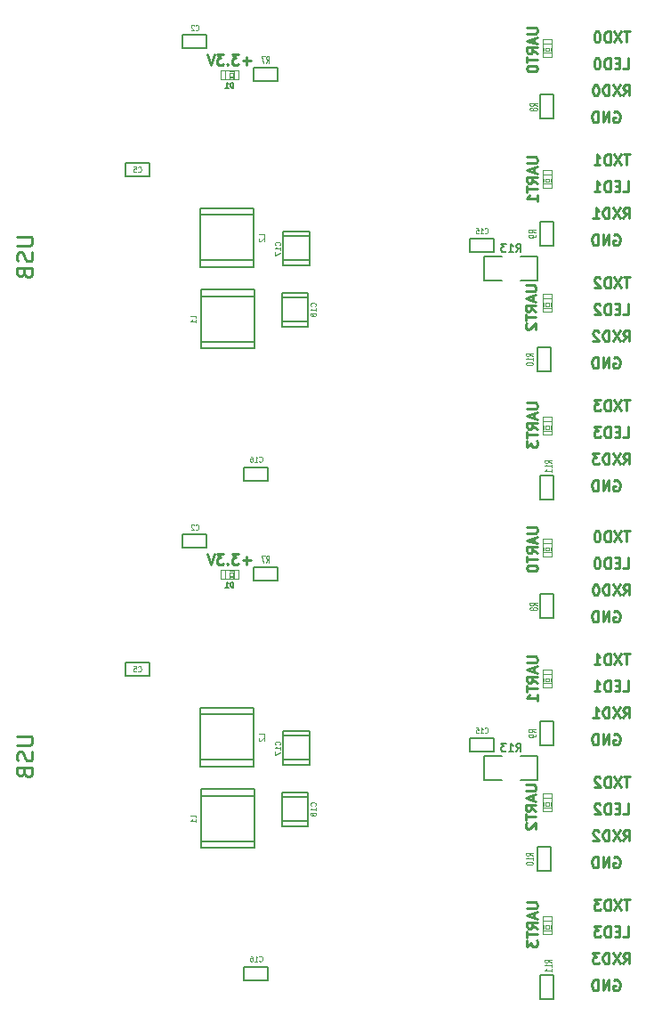
<source format=gbo>
G04 #@! TF.FileFunction,Legend,Bot*
%FSLAX46Y46*%
G04 Gerber Fmt 4.6, Leading zero omitted, Abs format (unit mm)*
G04 Created by KiCad (PCBNEW 4.0.7) date 02/20/18 19:55:49*
%MOMM*%
%LPD*%
G01*
G04 APERTURE LIST*
%ADD10C,0.150000*%
%ADD11C,0.250000*%
%ADD12C,0.127000*%
%ADD13C,0.066040*%
%ADD14C,0.101600*%
%ADD15C,0.114300*%
%ADD16C,0.119380*%
G04 APERTURE END LIST*
D10*
D11*
X186650095Y-21550381D02*
X186078666Y-21550381D01*
X186364381Y-22550381D02*
X186364381Y-21550381D01*
X185840571Y-21550381D02*
X185173904Y-22550381D01*
X185173904Y-21550381D02*
X185840571Y-22550381D01*
X184792952Y-22550381D02*
X184792952Y-21550381D01*
X184554857Y-21550381D01*
X184411999Y-21598000D01*
X184316761Y-21693238D01*
X184269142Y-21788476D01*
X184221523Y-21978952D01*
X184221523Y-22121810D01*
X184269142Y-22312286D01*
X184316761Y-22407524D01*
X184411999Y-22502762D01*
X184554857Y-22550381D01*
X184792952Y-22550381D01*
X183602476Y-21550381D02*
X183507237Y-21550381D01*
X183411999Y-21598000D01*
X183364380Y-21645619D01*
X183316761Y-21740857D01*
X183269142Y-21931333D01*
X183269142Y-22169429D01*
X183316761Y-22359905D01*
X183364380Y-22455143D01*
X183411999Y-22502762D01*
X183507237Y-22550381D01*
X183602476Y-22550381D01*
X183697714Y-22502762D01*
X183745333Y-22455143D01*
X183792952Y-22359905D01*
X183840571Y-22169429D01*
X183840571Y-21931333D01*
X183792952Y-21740857D01*
X183745333Y-21645619D01*
X183697714Y-21598000D01*
X183602476Y-21550381D01*
X186031047Y-25090381D02*
X186507238Y-25090381D01*
X186507238Y-24090381D01*
X185697714Y-24566571D02*
X185364380Y-24566571D01*
X185221523Y-25090381D02*
X185697714Y-25090381D01*
X185697714Y-24090381D01*
X185221523Y-24090381D01*
X184792952Y-25090381D02*
X184792952Y-24090381D01*
X184554857Y-24090381D01*
X184411999Y-24138000D01*
X184316761Y-24233238D01*
X184269142Y-24328476D01*
X184221523Y-24518952D01*
X184221523Y-24661810D01*
X184269142Y-24852286D01*
X184316761Y-24947524D01*
X184411999Y-25042762D01*
X184554857Y-25090381D01*
X184792952Y-25090381D01*
X183602476Y-24090381D02*
X183507237Y-24090381D01*
X183411999Y-24138000D01*
X183364380Y-24185619D01*
X183316761Y-24280857D01*
X183269142Y-24471333D01*
X183269142Y-24709429D01*
X183316761Y-24899905D01*
X183364380Y-24995143D01*
X183411999Y-25042762D01*
X183507237Y-25090381D01*
X183602476Y-25090381D01*
X183697714Y-25042762D01*
X183745333Y-24995143D01*
X183792952Y-24899905D01*
X183840571Y-24709429D01*
X183840571Y-24471333D01*
X183792952Y-24280857D01*
X183745333Y-24185619D01*
X183697714Y-24138000D01*
X183602476Y-24090381D01*
X186054857Y-27630381D02*
X186388191Y-27154190D01*
X186626286Y-27630381D02*
X186626286Y-26630381D01*
X186245333Y-26630381D01*
X186150095Y-26678000D01*
X186102476Y-26725619D01*
X186054857Y-26820857D01*
X186054857Y-26963714D01*
X186102476Y-27058952D01*
X186150095Y-27106571D01*
X186245333Y-27154190D01*
X186626286Y-27154190D01*
X185721524Y-26630381D02*
X185054857Y-27630381D01*
X185054857Y-26630381D02*
X185721524Y-27630381D01*
X184673905Y-27630381D02*
X184673905Y-26630381D01*
X184435810Y-26630381D01*
X184292952Y-26678000D01*
X184197714Y-26773238D01*
X184150095Y-26868476D01*
X184102476Y-27058952D01*
X184102476Y-27201810D01*
X184150095Y-27392286D01*
X184197714Y-27487524D01*
X184292952Y-27582762D01*
X184435810Y-27630381D01*
X184673905Y-27630381D01*
X183483429Y-26630381D02*
X183388190Y-26630381D01*
X183292952Y-26678000D01*
X183245333Y-26725619D01*
X183197714Y-26820857D01*
X183150095Y-27011333D01*
X183150095Y-27249429D01*
X183197714Y-27439905D01*
X183245333Y-27535143D01*
X183292952Y-27582762D01*
X183388190Y-27630381D01*
X183483429Y-27630381D01*
X183578667Y-27582762D01*
X183626286Y-27535143D01*
X183673905Y-27439905D01*
X183721524Y-27249429D01*
X183721524Y-27011333D01*
X183673905Y-26820857D01*
X183626286Y-26725619D01*
X183578667Y-26678000D01*
X183483429Y-26630381D01*
X185165904Y-29218000D02*
X185261142Y-29170381D01*
X185403999Y-29170381D01*
X185546857Y-29218000D01*
X185642095Y-29313238D01*
X185689714Y-29408476D01*
X185737333Y-29598952D01*
X185737333Y-29741810D01*
X185689714Y-29932286D01*
X185642095Y-30027524D01*
X185546857Y-30122762D01*
X185403999Y-30170381D01*
X185308761Y-30170381D01*
X185165904Y-30122762D01*
X185118285Y-30075143D01*
X185118285Y-29741810D01*
X185308761Y-29741810D01*
X184689714Y-30170381D02*
X184689714Y-29170381D01*
X184118285Y-30170381D01*
X184118285Y-29170381D01*
X183642095Y-30170381D02*
X183642095Y-29170381D01*
X183404000Y-29170381D01*
X183261142Y-29218000D01*
X183165904Y-29313238D01*
X183118285Y-29408476D01*
X183070666Y-29598952D01*
X183070666Y-29741810D01*
X183118285Y-29932286D01*
X183165904Y-30027524D01*
X183261142Y-30122762D01*
X183404000Y-30170381D01*
X183642095Y-30170381D01*
X186650095Y-33234381D02*
X186078666Y-33234381D01*
X186364381Y-34234381D02*
X186364381Y-33234381D01*
X185840571Y-33234381D02*
X185173904Y-34234381D01*
X185173904Y-33234381D02*
X185840571Y-34234381D01*
X184792952Y-34234381D02*
X184792952Y-33234381D01*
X184554857Y-33234381D01*
X184411999Y-33282000D01*
X184316761Y-33377238D01*
X184269142Y-33472476D01*
X184221523Y-33662952D01*
X184221523Y-33805810D01*
X184269142Y-33996286D01*
X184316761Y-34091524D01*
X184411999Y-34186762D01*
X184554857Y-34234381D01*
X184792952Y-34234381D01*
X183269142Y-34234381D02*
X183840571Y-34234381D01*
X183554857Y-34234381D02*
X183554857Y-33234381D01*
X183650095Y-33377238D01*
X183745333Y-33472476D01*
X183840571Y-33520095D01*
X186031047Y-36774381D02*
X186507238Y-36774381D01*
X186507238Y-35774381D01*
X185697714Y-36250571D02*
X185364380Y-36250571D01*
X185221523Y-36774381D02*
X185697714Y-36774381D01*
X185697714Y-35774381D01*
X185221523Y-35774381D01*
X184792952Y-36774381D02*
X184792952Y-35774381D01*
X184554857Y-35774381D01*
X184411999Y-35822000D01*
X184316761Y-35917238D01*
X184269142Y-36012476D01*
X184221523Y-36202952D01*
X184221523Y-36345810D01*
X184269142Y-36536286D01*
X184316761Y-36631524D01*
X184411999Y-36726762D01*
X184554857Y-36774381D01*
X184792952Y-36774381D01*
X183269142Y-36774381D02*
X183840571Y-36774381D01*
X183554857Y-36774381D02*
X183554857Y-35774381D01*
X183650095Y-35917238D01*
X183745333Y-36012476D01*
X183840571Y-36060095D01*
X186054857Y-39314381D02*
X186388191Y-38838190D01*
X186626286Y-39314381D02*
X186626286Y-38314381D01*
X186245333Y-38314381D01*
X186150095Y-38362000D01*
X186102476Y-38409619D01*
X186054857Y-38504857D01*
X186054857Y-38647714D01*
X186102476Y-38742952D01*
X186150095Y-38790571D01*
X186245333Y-38838190D01*
X186626286Y-38838190D01*
X185721524Y-38314381D02*
X185054857Y-39314381D01*
X185054857Y-38314381D02*
X185721524Y-39314381D01*
X184673905Y-39314381D02*
X184673905Y-38314381D01*
X184435810Y-38314381D01*
X184292952Y-38362000D01*
X184197714Y-38457238D01*
X184150095Y-38552476D01*
X184102476Y-38742952D01*
X184102476Y-38885810D01*
X184150095Y-39076286D01*
X184197714Y-39171524D01*
X184292952Y-39266762D01*
X184435810Y-39314381D01*
X184673905Y-39314381D01*
X183150095Y-39314381D02*
X183721524Y-39314381D01*
X183435810Y-39314381D02*
X183435810Y-38314381D01*
X183531048Y-38457238D01*
X183626286Y-38552476D01*
X183721524Y-38600095D01*
X185165904Y-40902000D02*
X185261142Y-40854381D01*
X185403999Y-40854381D01*
X185546857Y-40902000D01*
X185642095Y-40997238D01*
X185689714Y-41092476D01*
X185737333Y-41282952D01*
X185737333Y-41425810D01*
X185689714Y-41616286D01*
X185642095Y-41711524D01*
X185546857Y-41806762D01*
X185403999Y-41854381D01*
X185308761Y-41854381D01*
X185165904Y-41806762D01*
X185118285Y-41759143D01*
X185118285Y-41425810D01*
X185308761Y-41425810D01*
X184689714Y-41854381D02*
X184689714Y-40854381D01*
X184118285Y-41854381D01*
X184118285Y-40854381D01*
X183642095Y-41854381D02*
X183642095Y-40854381D01*
X183404000Y-40854381D01*
X183261142Y-40902000D01*
X183165904Y-40997238D01*
X183118285Y-41092476D01*
X183070666Y-41282952D01*
X183070666Y-41425810D01*
X183118285Y-41616286D01*
X183165904Y-41711524D01*
X183261142Y-41806762D01*
X183404000Y-41854381D01*
X183642095Y-41854381D01*
X186650095Y-44918381D02*
X186078666Y-44918381D01*
X186364381Y-45918381D02*
X186364381Y-44918381D01*
X185840571Y-44918381D02*
X185173904Y-45918381D01*
X185173904Y-44918381D02*
X185840571Y-45918381D01*
X184792952Y-45918381D02*
X184792952Y-44918381D01*
X184554857Y-44918381D01*
X184411999Y-44966000D01*
X184316761Y-45061238D01*
X184269142Y-45156476D01*
X184221523Y-45346952D01*
X184221523Y-45489810D01*
X184269142Y-45680286D01*
X184316761Y-45775524D01*
X184411999Y-45870762D01*
X184554857Y-45918381D01*
X184792952Y-45918381D01*
X183840571Y-45013619D02*
X183792952Y-44966000D01*
X183697714Y-44918381D01*
X183459618Y-44918381D01*
X183364380Y-44966000D01*
X183316761Y-45013619D01*
X183269142Y-45108857D01*
X183269142Y-45204095D01*
X183316761Y-45346952D01*
X183888190Y-45918381D01*
X183269142Y-45918381D01*
X186031047Y-48458381D02*
X186507238Y-48458381D01*
X186507238Y-47458381D01*
X185697714Y-47934571D02*
X185364380Y-47934571D01*
X185221523Y-48458381D02*
X185697714Y-48458381D01*
X185697714Y-47458381D01*
X185221523Y-47458381D01*
X184792952Y-48458381D02*
X184792952Y-47458381D01*
X184554857Y-47458381D01*
X184411999Y-47506000D01*
X184316761Y-47601238D01*
X184269142Y-47696476D01*
X184221523Y-47886952D01*
X184221523Y-48029810D01*
X184269142Y-48220286D01*
X184316761Y-48315524D01*
X184411999Y-48410762D01*
X184554857Y-48458381D01*
X184792952Y-48458381D01*
X183840571Y-47553619D02*
X183792952Y-47506000D01*
X183697714Y-47458381D01*
X183459618Y-47458381D01*
X183364380Y-47506000D01*
X183316761Y-47553619D01*
X183269142Y-47648857D01*
X183269142Y-47744095D01*
X183316761Y-47886952D01*
X183888190Y-48458381D01*
X183269142Y-48458381D01*
X186054857Y-50998381D02*
X186388191Y-50522190D01*
X186626286Y-50998381D02*
X186626286Y-49998381D01*
X186245333Y-49998381D01*
X186150095Y-50046000D01*
X186102476Y-50093619D01*
X186054857Y-50188857D01*
X186054857Y-50331714D01*
X186102476Y-50426952D01*
X186150095Y-50474571D01*
X186245333Y-50522190D01*
X186626286Y-50522190D01*
X185721524Y-49998381D02*
X185054857Y-50998381D01*
X185054857Y-49998381D02*
X185721524Y-50998381D01*
X184673905Y-50998381D02*
X184673905Y-49998381D01*
X184435810Y-49998381D01*
X184292952Y-50046000D01*
X184197714Y-50141238D01*
X184150095Y-50236476D01*
X184102476Y-50426952D01*
X184102476Y-50569810D01*
X184150095Y-50760286D01*
X184197714Y-50855524D01*
X184292952Y-50950762D01*
X184435810Y-50998381D01*
X184673905Y-50998381D01*
X183721524Y-50093619D02*
X183673905Y-50046000D01*
X183578667Y-49998381D01*
X183340571Y-49998381D01*
X183245333Y-50046000D01*
X183197714Y-50093619D01*
X183150095Y-50188857D01*
X183150095Y-50284095D01*
X183197714Y-50426952D01*
X183769143Y-50998381D01*
X183150095Y-50998381D01*
X185165904Y-52586000D02*
X185261142Y-52538381D01*
X185403999Y-52538381D01*
X185546857Y-52586000D01*
X185642095Y-52681238D01*
X185689714Y-52776476D01*
X185737333Y-52966952D01*
X185737333Y-53109810D01*
X185689714Y-53300286D01*
X185642095Y-53395524D01*
X185546857Y-53490762D01*
X185403999Y-53538381D01*
X185308761Y-53538381D01*
X185165904Y-53490762D01*
X185118285Y-53443143D01*
X185118285Y-53109810D01*
X185308761Y-53109810D01*
X184689714Y-53538381D02*
X184689714Y-52538381D01*
X184118285Y-53538381D01*
X184118285Y-52538381D01*
X183642095Y-53538381D02*
X183642095Y-52538381D01*
X183404000Y-52538381D01*
X183261142Y-52586000D01*
X183165904Y-52681238D01*
X183118285Y-52776476D01*
X183070666Y-52966952D01*
X183070666Y-53109810D01*
X183118285Y-53300286D01*
X183165904Y-53395524D01*
X183261142Y-53490762D01*
X183404000Y-53538381D01*
X183642095Y-53538381D01*
X186650095Y-56602381D02*
X186078666Y-56602381D01*
X186364381Y-57602381D02*
X186364381Y-56602381D01*
X185840571Y-56602381D02*
X185173904Y-57602381D01*
X185173904Y-56602381D02*
X185840571Y-57602381D01*
X184792952Y-57602381D02*
X184792952Y-56602381D01*
X184554857Y-56602381D01*
X184411999Y-56650000D01*
X184316761Y-56745238D01*
X184269142Y-56840476D01*
X184221523Y-57030952D01*
X184221523Y-57173810D01*
X184269142Y-57364286D01*
X184316761Y-57459524D01*
X184411999Y-57554762D01*
X184554857Y-57602381D01*
X184792952Y-57602381D01*
X183888190Y-56602381D02*
X183269142Y-56602381D01*
X183602476Y-56983333D01*
X183459618Y-56983333D01*
X183364380Y-57030952D01*
X183316761Y-57078571D01*
X183269142Y-57173810D01*
X183269142Y-57411905D01*
X183316761Y-57507143D01*
X183364380Y-57554762D01*
X183459618Y-57602381D01*
X183745333Y-57602381D01*
X183840571Y-57554762D01*
X183888190Y-57507143D01*
X186031047Y-60142381D02*
X186507238Y-60142381D01*
X186507238Y-59142381D01*
X185697714Y-59618571D02*
X185364380Y-59618571D01*
X185221523Y-60142381D02*
X185697714Y-60142381D01*
X185697714Y-59142381D01*
X185221523Y-59142381D01*
X184792952Y-60142381D02*
X184792952Y-59142381D01*
X184554857Y-59142381D01*
X184411999Y-59190000D01*
X184316761Y-59285238D01*
X184269142Y-59380476D01*
X184221523Y-59570952D01*
X184221523Y-59713810D01*
X184269142Y-59904286D01*
X184316761Y-59999524D01*
X184411999Y-60094762D01*
X184554857Y-60142381D01*
X184792952Y-60142381D01*
X183888190Y-59142381D02*
X183269142Y-59142381D01*
X183602476Y-59523333D01*
X183459618Y-59523333D01*
X183364380Y-59570952D01*
X183316761Y-59618571D01*
X183269142Y-59713810D01*
X183269142Y-59951905D01*
X183316761Y-60047143D01*
X183364380Y-60094762D01*
X183459618Y-60142381D01*
X183745333Y-60142381D01*
X183840571Y-60094762D01*
X183888190Y-60047143D01*
X186054857Y-62682381D02*
X186388191Y-62206190D01*
X186626286Y-62682381D02*
X186626286Y-61682381D01*
X186245333Y-61682381D01*
X186150095Y-61730000D01*
X186102476Y-61777619D01*
X186054857Y-61872857D01*
X186054857Y-62015714D01*
X186102476Y-62110952D01*
X186150095Y-62158571D01*
X186245333Y-62206190D01*
X186626286Y-62206190D01*
X185721524Y-61682381D02*
X185054857Y-62682381D01*
X185054857Y-61682381D02*
X185721524Y-62682381D01*
X184673905Y-62682381D02*
X184673905Y-61682381D01*
X184435810Y-61682381D01*
X184292952Y-61730000D01*
X184197714Y-61825238D01*
X184150095Y-61920476D01*
X184102476Y-62110952D01*
X184102476Y-62253810D01*
X184150095Y-62444286D01*
X184197714Y-62539524D01*
X184292952Y-62634762D01*
X184435810Y-62682381D01*
X184673905Y-62682381D01*
X183769143Y-61682381D02*
X183150095Y-61682381D01*
X183483429Y-62063333D01*
X183340571Y-62063333D01*
X183245333Y-62110952D01*
X183197714Y-62158571D01*
X183150095Y-62253810D01*
X183150095Y-62491905D01*
X183197714Y-62587143D01*
X183245333Y-62634762D01*
X183340571Y-62682381D01*
X183626286Y-62682381D01*
X183721524Y-62634762D01*
X183769143Y-62587143D01*
X185165904Y-64270000D02*
X185261142Y-64222381D01*
X185403999Y-64222381D01*
X185546857Y-64270000D01*
X185642095Y-64365238D01*
X185689714Y-64460476D01*
X185737333Y-64650952D01*
X185737333Y-64793810D01*
X185689714Y-64984286D01*
X185642095Y-65079524D01*
X185546857Y-65174762D01*
X185403999Y-65222381D01*
X185308761Y-65222381D01*
X185165904Y-65174762D01*
X185118285Y-65127143D01*
X185118285Y-64793810D01*
X185308761Y-64793810D01*
X184689714Y-65222381D02*
X184689714Y-64222381D01*
X184118285Y-65222381D01*
X184118285Y-64222381D01*
X183642095Y-65222381D02*
X183642095Y-64222381D01*
X183404000Y-64222381D01*
X183261142Y-64270000D01*
X183165904Y-64365238D01*
X183118285Y-64460476D01*
X183070666Y-64650952D01*
X183070666Y-64793810D01*
X183118285Y-64984286D01*
X183165904Y-65079524D01*
X183261142Y-65174762D01*
X183404000Y-65222381D01*
X183642095Y-65222381D01*
X176871381Y-21169571D02*
X177680905Y-21169571D01*
X177776143Y-21217190D01*
X177823762Y-21264809D01*
X177871381Y-21360047D01*
X177871381Y-21550524D01*
X177823762Y-21645762D01*
X177776143Y-21693381D01*
X177680905Y-21741000D01*
X176871381Y-21741000D01*
X177585667Y-22169571D02*
X177585667Y-22645762D01*
X177871381Y-22074333D02*
X176871381Y-22407666D01*
X177871381Y-22741000D01*
X177871381Y-23645762D02*
X177395190Y-23312428D01*
X177871381Y-23074333D02*
X176871381Y-23074333D01*
X176871381Y-23455286D01*
X176919000Y-23550524D01*
X176966619Y-23598143D01*
X177061857Y-23645762D01*
X177204714Y-23645762D01*
X177299952Y-23598143D01*
X177347571Y-23550524D01*
X177395190Y-23455286D01*
X177395190Y-23074333D01*
X176871381Y-23931476D02*
X176871381Y-24502905D01*
X177871381Y-24217190D02*
X176871381Y-24217190D01*
X176871381Y-25026714D02*
X176871381Y-25121953D01*
X176919000Y-25217191D01*
X176966619Y-25264810D01*
X177061857Y-25312429D01*
X177252333Y-25360048D01*
X177490429Y-25360048D01*
X177680905Y-25312429D01*
X177776143Y-25264810D01*
X177823762Y-25217191D01*
X177871381Y-25121953D01*
X177871381Y-25026714D01*
X177823762Y-24931476D01*
X177776143Y-24883857D01*
X177680905Y-24836238D01*
X177490429Y-24788619D01*
X177252333Y-24788619D01*
X177061857Y-24836238D01*
X176966619Y-24883857D01*
X176919000Y-24931476D01*
X176871381Y-25026714D01*
X176871381Y-33488571D02*
X177680905Y-33488571D01*
X177776143Y-33536190D01*
X177823762Y-33583809D01*
X177871381Y-33679047D01*
X177871381Y-33869524D01*
X177823762Y-33964762D01*
X177776143Y-34012381D01*
X177680905Y-34060000D01*
X176871381Y-34060000D01*
X177585667Y-34488571D02*
X177585667Y-34964762D01*
X177871381Y-34393333D02*
X176871381Y-34726666D01*
X177871381Y-35060000D01*
X177871381Y-35964762D02*
X177395190Y-35631428D01*
X177871381Y-35393333D02*
X176871381Y-35393333D01*
X176871381Y-35774286D01*
X176919000Y-35869524D01*
X176966619Y-35917143D01*
X177061857Y-35964762D01*
X177204714Y-35964762D01*
X177299952Y-35917143D01*
X177347571Y-35869524D01*
X177395190Y-35774286D01*
X177395190Y-35393333D01*
X176871381Y-36250476D02*
X176871381Y-36821905D01*
X177871381Y-36536190D02*
X176871381Y-36536190D01*
X177871381Y-37679048D02*
X177871381Y-37107619D01*
X177871381Y-37393333D02*
X176871381Y-37393333D01*
X177014238Y-37298095D01*
X177109476Y-37202857D01*
X177157095Y-37107619D01*
X176744381Y-45680571D02*
X177553905Y-45680571D01*
X177649143Y-45728190D01*
X177696762Y-45775809D01*
X177744381Y-45871047D01*
X177744381Y-46061524D01*
X177696762Y-46156762D01*
X177649143Y-46204381D01*
X177553905Y-46252000D01*
X176744381Y-46252000D01*
X177458667Y-46680571D02*
X177458667Y-47156762D01*
X177744381Y-46585333D02*
X176744381Y-46918666D01*
X177744381Y-47252000D01*
X177744381Y-48156762D02*
X177268190Y-47823428D01*
X177744381Y-47585333D02*
X176744381Y-47585333D01*
X176744381Y-47966286D01*
X176792000Y-48061524D01*
X176839619Y-48109143D01*
X176934857Y-48156762D01*
X177077714Y-48156762D01*
X177172952Y-48109143D01*
X177220571Y-48061524D01*
X177268190Y-47966286D01*
X177268190Y-47585333D01*
X176744381Y-48442476D02*
X176744381Y-49013905D01*
X177744381Y-48728190D02*
X176744381Y-48728190D01*
X176839619Y-49299619D02*
X176792000Y-49347238D01*
X176744381Y-49442476D01*
X176744381Y-49680572D01*
X176792000Y-49775810D01*
X176839619Y-49823429D01*
X176934857Y-49871048D01*
X177030095Y-49871048D01*
X177172952Y-49823429D01*
X177744381Y-49252000D01*
X177744381Y-49871048D01*
X176871381Y-56856571D02*
X177680905Y-56856571D01*
X177776143Y-56904190D01*
X177823762Y-56951809D01*
X177871381Y-57047047D01*
X177871381Y-57237524D01*
X177823762Y-57332762D01*
X177776143Y-57380381D01*
X177680905Y-57428000D01*
X176871381Y-57428000D01*
X177585667Y-57856571D02*
X177585667Y-58332762D01*
X177871381Y-57761333D02*
X176871381Y-58094666D01*
X177871381Y-58428000D01*
X177871381Y-59332762D02*
X177395190Y-58999428D01*
X177871381Y-58761333D02*
X176871381Y-58761333D01*
X176871381Y-59142286D01*
X176919000Y-59237524D01*
X176966619Y-59285143D01*
X177061857Y-59332762D01*
X177204714Y-59332762D01*
X177299952Y-59285143D01*
X177347571Y-59237524D01*
X177395190Y-59142286D01*
X177395190Y-58761333D01*
X176871381Y-59618476D02*
X176871381Y-60189905D01*
X177871381Y-59904190D02*
X176871381Y-59904190D01*
X176871381Y-60428000D02*
X176871381Y-61047048D01*
X177252333Y-60713714D01*
X177252333Y-60856572D01*
X177299952Y-60951810D01*
X177347571Y-60999429D01*
X177442810Y-61047048D01*
X177680905Y-61047048D01*
X177776143Y-60999429D01*
X177823762Y-60951810D01*
X177871381Y-60856572D01*
X177871381Y-60570857D01*
X177823762Y-60475619D01*
X177776143Y-60428000D01*
X128337571Y-41033143D02*
X129551857Y-41033143D01*
X129694714Y-41104571D01*
X129766143Y-41176000D01*
X129837571Y-41318857D01*
X129837571Y-41604571D01*
X129766143Y-41747429D01*
X129694714Y-41818857D01*
X129551857Y-41890286D01*
X128337571Y-41890286D01*
X129766143Y-42533143D02*
X129837571Y-42747429D01*
X129837571Y-43104572D01*
X129766143Y-43247429D01*
X129694714Y-43318858D01*
X129551857Y-43390286D01*
X129409000Y-43390286D01*
X129266143Y-43318858D01*
X129194714Y-43247429D01*
X129123286Y-43104572D01*
X129051857Y-42818858D01*
X128980429Y-42676000D01*
X128909000Y-42604572D01*
X128766143Y-42533143D01*
X128623286Y-42533143D01*
X128480429Y-42604572D01*
X128409000Y-42676000D01*
X128337571Y-42818858D01*
X128337571Y-43176000D01*
X128409000Y-43390286D01*
X129051857Y-44533143D02*
X129123286Y-44747429D01*
X129194714Y-44818857D01*
X129337571Y-44890286D01*
X129551857Y-44890286D01*
X129694714Y-44818857D01*
X129766143Y-44747429D01*
X129837571Y-44604571D01*
X129837571Y-44033143D01*
X128337571Y-44033143D01*
X128337571Y-44533143D01*
X128409000Y-44676000D01*
X128480429Y-44747429D01*
X128623286Y-44818857D01*
X128766143Y-44818857D01*
X128909000Y-44747429D01*
X128980429Y-44676000D01*
X129051857Y-44533143D01*
X129051857Y-44033143D01*
X128337571Y-88531143D02*
X129551857Y-88531143D01*
X129694714Y-88602571D01*
X129766143Y-88674000D01*
X129837571Y-88816857D01*
X129837571Y-89102571D01*
X129766143Y-89245429D01*
X129694714Y-89316857D01*
X129551857Y-89388286D01*
X128337571Y-89388286D01*
X129766143Y-90031143D02*
X129837571Y-90245429D01*
X129837571Y-90602572D01*
X129766143Y-90745429D01*
X129694714Y-90816858D01*
X129551857Y-90888286D01*
X129409000Y-90888286D01*
X129266143Y-90816858D01*
X129194714Y-90745429D01*
X129123286Y-90602572D01*
X129051857Y-90316858D01*
X128980429Y-90174000D01*
X128909000Y-90102572D01*
X128766143Y-90031143D01*
X128623286Y-90031143D01*
X128480429Y-90102572D01*
X128409000Y-90174000D01*
X128337571Y-90316858D01*
X128337571Y-90674000D01*
X128409000Y-90888286D01*
X129051857Y-92031143D02*
X129123286Y-92245429D01*
X129194714Y-92316857D01*
X129337571Y-92388286D01*
X129551857Y-92388286D01*
X129694714Y-92316857D01*
X129766143Y-92245429D01*
X129837571Y-92102571D01*
X129837571Y-91531143D01*
X128337571Y-91531143D01*
X128337571Y-92031143D01*
X128409000Y-92174000D01*
X128480429Y-92245429D01*
X128623286Y-92316857D01*
X128766143Y-92316857D01*
X128909000Y-92245429D01*
X128980429Y-92174000D01*
X129051857Y-92031143D01*
X129051857Y-91531143D01*
X176871381Y-104354571D02*
X177680905Y-104354571D01*
X177776143Y-104402190D01*
X177823762Y-104449809D01*
X177871381Y-104545047D01*
X177871381Y-104735524D01*
X177823762Y-104830762D01*
X177776143Y-104878381D01*
X177680905Y-104926000D01*
X176871381Y-104926000D01*
X177585667Y-105354571D02*
X177585667Y-105830762D01*
X177871381Y-105259333D02*
X176871381Y-105592666D01*
X177871381Y-105926000D01*
X177871381Y-106830762D02*
X177395190Y-106497428D01*
X177871381Y-106259333D02*
X176871381Y-106259333D01*
X176871381Y-106640286D01*
X176919000Y-106735524D01*
X176966619Y-106783143D01*
X177061857Y-106830762D01*
X177204714Y-106830762D01*
X177299952Y-106783143D01*
X177347571Y-106735524D01*
X177395190Y-106640286D01*
X177395190Y-106259333D01*
X176871381Y-107116476D02*
X176871381Y-107687905D01*
X177871381Y-107402190D02*
X176871381Y-107402190D01*
X176871381Y-107926000D02*
X176871381Y-108545048D01*
X177252333Y-108211714D01*
X177252333Y-108354572D01*
X177299952Y-108449810D01*
X177347571Y-108497429D01*
X177442810Y-108545048D01*
X177680905Y-108545048D01*
X177776143Y-108497429D01*
X177823762Y-108449810D01*
X177871381Y-108354572D01*
X177871381Y-108068857D01*
X177823762Y-107973619D01*
X177776143Y-107926000D01*
X176744381Y-93178571D02*
X177553905Y-93178571D01*
X177649143Y-93226190D01*
X177696762Y-93273809D01*
X177744381Y-93369047D01*
X177744381Y-93559524D01*
X177696762Y-93654762D01*
X177649143Y-93702381D01*
X177553905Y-93750000D01*
X176744381Y-93750000D01*
X177458667Y-94178571D02*
X177458667Y-94654762D01*
X177744381Y-94083333D02*
X176744381Y-94416666D01*
X177744381Y-94750000D01*
X177744381Y-95654762D02*
X177268190Y-95321428D01*
X177744381Y-95083333D02*
X176744381Y-95083333D01*
X176744381Y-95464286D01*
X176792000Y-95559524D01*
X176839619Y-95607143D01*
X176934857Y-95654762D01*
X177077714Y-95654762D01*
X177172952Y-95607143D01*
X177220571Y-95559524D01*
X177268190Y-95464286D01*
X177268190Y-95083333D01*
X176744381Y-95940476D02*
X176744381Y-96511905D01*
X177744381Y-96226190D02*
X176744381Y-96226190D01*
X176839619Y-96797619D02*
X176792000Y-96845238D01*
X176744381Y-96940476D01*
X176744381Y-97178572D01*
X176792000Y-97273810D01*
X176839619Y-97321429D01*
X176934857Y-97369048D01*
X177030095Y-97369048D01*
X177172952Y-97321429D01*
X177744381Y-96750000D01*
X177744381Y-97369048D01*
X176871381Y-80986571D02*
X177680905Y-80986571D01*
X177776143Y-81034190D01*
X177823762Y-81081809D01*
X177871381Y-81177047D01*
X177871381Y-81367524D01*
X177823762Y-81462762D01*
X177776143Y-81510381D01*
X177680905Y-81558000D01*
X176871381Y-81558000D01*
X177585667Y-81986571D02*
X177585667Y-82462762D01*
X177871381Y-81891333D02*
X176871381Y-82224666D01*
X177871381Y-82558000D01*
X177871381Y-83462762D02*
X177395190Y-83129428D01*
X177871381Y-82891333D02*
X176871381Y-82891333D01*
X176871381Y-83272286D01*
X176919000Y-83367524D01*
X176966619Y-83415143D01*
X177061857Y-83462762D01*
X177204714Y-83462762D01*
X177299952Y-83415143D01*
X177347571Y-83367524D01*
X177395190Y-83272286D01*
X177395190Y-82891333D01*
X176871381Y-83748476D02*
X176871381Y-84319905D01*
X177871381Y-84034190D02*
X176871381Y-84034190D01*
X177871381Y-85177048D02*
X177871381Y-84605619D01*
X177871381Y-84891333D02*
X176871381Y-84891333D01*
X177014238Y-84796095D01*
X177109476Y-84700857D01*
X177157095Y-84605619D01*
X176871381Y-68667571D02*
X177680905Y-68667571D01*
X177776143Y-68715190D01*
X177823762Y-68762809D01*
X177871381Y-68858047D01*
X177871381Y-69048524D01*
X177823762Y-69143762D01*
X177776143Y-69191381D01*
X177680905Y-69239000D01*
X176871381Y-69239000D01*
X177585667Y-69667571D02*
X177585667Y-70143762D01*
X177871381Y-69572333D02*
X176871381Y-69905666D01*
X177871381Y-70239000D01*
X177871381Y-71143762D02*
X177395190Y-70810428D01*
X177871381Y-70572333D02*
X176871381Y-70572333D01*
X176871381Y-70953286D01*
X176919000Y-71048524D01*
X176966619Y-71096143D01*
X177061857Y-71143762D01*
X177204714Y-71143762D01*
X177299952Y-71096143D01*
X177347571Y-71048524D01*
X177395190Y-70953286D01*
X177395190Y-70572333D01*
X176871381Y-71429476D02*
X176871381Y-72000905D01*
X177871381Y-71715190D02*
X176871381Y-71715190D01*
X176871381Y-72524714D02*
X176871381Y-72619953D01*
X176919000Y-72715191D01*
X176966619Y-72762810D01*
X177061857Y-72810429D01*
X177252333Y-72858048D01*
X177490429Y-72858048D01*
X177680905Y-72810429D01*
X177776143Y-72762810D01*
X177823762Y-72715191D01*
X177871381Y-72619953D01*
X177871381Y-72524714D01*
X177823762Y-72429476D01*
X177776143Y-72381857D01*
X177680905Y-72334238D01*
X177490429Y-72286619D01*
X177252333Y-72286619D01*
X177061857Y-72334238D01*
X176966619Y-72381857D01*
X176919000Y-72429476D01*
X176871381Y-72524714D01*
X185165904Y-111768000D02*
X185261142Y-111720381D01*
X185403999Y-111720381D01*
X185546857Y-111768000D01*
X185642095Y-111863238D01*
X185689714Y-111958476D01*
X185737333Y-112148952D01*
X185737333Y-112291810D01*
X185689714Y-112482286D01*
X185642095Y-112577524D01*
X185546857Y-112672762D01*
X185403999Y-112720381D01*
X185308761Y-112720381D01*
X185165904Y-112672762D01*
X185118285Y-112625143D01*
X185118285Y-112291810D01*
X185308761Y-112291810D01*
X184689714Y-112720381D02*
X184689714Y-111720381D01*
X184118285Y-112720381D01*
X184118285Y-111720381D01*
X183642095Y-112720381D02*
X183642095Y-111720381D01*
X183404000Y-111720381D01*
X183261142Y-111768000D01*
X183165904Y-111863238D01*
X183118285Y-111958476D01*
X183070666Y-112148952D01*
X183070666Y-112291810D01*
X183118285Y-112482286D01*
X183165904Y-112577524D01*
X183261142Y-112672762D01*
X183404000Y-112720381D01*
X183642095Y-112720381D01*
X186054857Y-110180381D02*
X186388191Y-109704190D01*
X186626286Y-110180381D02*
X186626286Y-109180381D01*
X186245333Y-109180381D01*
X186150095Y-109228000D01*
X186102476Y-109275619D01*
X186054857Y-109370857D01*
X186054857Y-109513714D01*
X186102476Y-109608952D01*
X186150095Y-109656571D01*
X186245333Y-109704190D01*
X186626286Y-109704190D01*
X185721524Y-109180381D02*
X185054857Y-110180381D01*
X185054857Y-109180381D02*
X185721524Y-110180381D01*
X184673905Y-110180381D02*
X184673905Y-109180381D01*
X184435810Y-109180381D01*
X184292952Y-109228000D01*
X184197714Y-109323238D01*
X184150095Y-109418476D01*
X184102476Y-109608952D01*
X184102476Y-109751810D01*
X184150095Y-109942286D01*
X184197714Y-110037524D01*
X184292952Y-110132762D01*
X184435810Y-110180381D01*
X184673905Y-110180381D01*
X183769143Y-109180381D02*
X183150095Y-109180381D01*
X183483429Y-109561333D01*
X183340571Y-109561333D01*
X183245333Y-109608952D01*
X183197714Y-109656571D01*
X183150095Y-109751810D01*
X183150095Y-109989905D01*
X183197714Y-110085143D01*
X183245333Y-110132762D01*
X183340571Y-110180381D01*
X183626286Y-110180381D01*
X183721524Y-110132762D01*
X183769143Y-110085143D01*
X186031047Y-107640381D02*
X186507238Y-107640381D01*
X186507238Y-106640381D01*
X185697714Y-107116571D02*
X185364380Y-107116571D01*
X185221523Y-107640381D02*
X185697714Y-107640381D01*
X185697714Y-106640381D01*
X185221523Y-106640381D01*
X184792952Y-107640381D02*
X184792952Y-106640381D01*
X184554857Y-106640381D01*
X184411999Y-106688000D01*
X184316761Y-106783238D01*
X184269142Y-106878476D01*
X184221523Y-107068952D01*
X184221523Y-107211810D01*
X184269142Y-107402286D01*
X184316761Y-107497524D01*
X184411999Y-107592762D01*
X184554857Y-107640381D01*
X184792952Y-107640381D01*
X183888190Y-106640381D02*
X183269142Y-106640381D01*
X183602476Y-107021333D01*
X183459618Y-107021333D01*
X183364380Y-107068952D01*
X183316761Y-107116571D01*
X183269142Y-107211810D01*
X183269142Y-107449905D01*
X183316761Y-107545143D01*
X183364380Y-107592762D01*
X183459618Y-107640381D01*
X183745333Y-107640381D01*
X183840571Y-107592762D01*
X183888190Y-107545143D01*
X186650095Y-104100381D02*
X186078666Y-104100381D01*
X186364381Y-105100381D02*
X186364381Y-104100381D01*
X185840571Y-104100381D02*
X185173904Y-105100381D01*
X185173904Y-104100381D02*
X185840571Y-105100381D01*
X184792952Y-105100381D02*
X184792952Y-104100381D01*
X184554857Y-104100381D01*
X184411999Y-104148000D01*
X184316761Y-104243238D01*
X184269142Y-104338476D01*
X184221523Y-104528952D01*
X184221523Y-104671810D01*
X184269142Y-104862286D01*
X184316761Y-104957524D01*
X184411999Y-105052762D01*
X184554857Y-105100381D01*
X184792952Y-105100381D01*
X183888190Y-104100381D02*
X183269142Y-104100381D01*
X183602476Y-104481333D01*
X183459618Y-104481333D01*
X183364380Y-104528952D01*
X183316761Y-104576571D01*
X183269142Y-104671810D01*
X183269142Y-104909905D01*
X183316761Y-105005143D01*
X183364380Y-105052762D01*
X183459618Y-105100381D01*
X183745333Y-105100381D01*
X183840571Y-105052762D01*
X183888190Y-105005143D01*
X185165904Y-100084000D02*
X185261142Y-100036381D01*
X185403999Y-100036381D01*
X185546857Y-100084000D01*
X185642095Y-100179238D01*
X185689714Y-100274476D01*
X185737333Y-100464952D01*
X185737333Y-100607810D01*
X185689714Y-100798286D01*
X185642095Y-100893524D01*
X185546857Y-100988762D01*
X185403999Y-101036381D01*
X185308761Y-101036381D01*
X185165904Y-100988762D01*
X185118285Y-100941143D01*
X185118285Y-100607810D01*
X185308761Y-100607810D01*
X184689714Y-101036381D02*
X184689714Y-100036381D01*
X184118285Y-101036381D01*
X184118285Y-100036381D01*
X183642095Y-101036381D02*
X183642095Y-100036381D01*
X183404000Y-100036381D01*
X183261142Y-100084000D01*
X183165904Y-100179238D01*
X183118285Y-100274476D01*
X183070666Y-100464952D01*
X183070666Y-100607810D01*
X183118285Y-100798286D01*
X183165904Y-100893524D01*
X183261142Y-100988762D01*
X183404000Y-101036381D01*
X183642095Y-101036381D01*
X186054857Y-98496381D02*
X186388191Y-98020190D01*
X186626286Y-98496381D02*
X186626286Y-97496381D01*
X186245333Y-97496381D01*
X186150095Y-97544000D01*
X186102476Y-97591619D01*
X186054857Y-97686857D01*
X186054857Y-97829714D01*
X186102476Y-97924952D01*
X186150095Y-97972571D01*
X186245333Y-98020190D01*
X186626286Y-98020190D01*
X185721524Y-97496381D02*
X185054857Y-98496381D01*
X185054857Y-97496381D02*
X185721524Y-98496381D01*
X184673905Y-98496381D02*
X184673905Y-97496381D01*
X184435810Y-97496381D01*
X184292952Y-97544000D01*
X184197714Y-97639238D01*
X184150095Y-97734476D01*
X184102476Y-97924952D01*
X184102476Y-98067810D01*
X184150095Y-98258286D01*
X184197714Y-98353524D01*
X184292952Y-98448762D01*
X184435810Y-98496381D01*
X184673905Y-98496381D01*
X183721524Y-97591619D02*
X183673905Y-97544000D01*
X183578667Y-97496381D01*
X183340571Y-97496381D01*
X183245333Y-97544000D01*
X183197714Y-97591619D01*
X183150095Y-97686857D01*
X183150095Y-97782095D01*
X183197714Y-97924952D01*
X183769143Y-98496381D01*
X183150095Y-98496381D01*
X186031047Y-95956381D02*
X186507238Y-95956381D01*
X186507238Y-94956381D01*
X185697714Y-95432571D02*
X185364380Y-95432571D01*
X185221523Y-95956381D02*
X185697714Y-95956381D01*
X185697714Y-94956381D01*
X185221523Y-94956381D01*
X184792952Y-95956381D02*
X184792952Y-94956381D01*
X184554857Y-94956381D01*
X184411999Y-95004000D01*
X184316761Y-95099238D01*
X184269142Y-95194476D01*
X184221523Y-95384952D01*
X184221523Y-95527810D01*
X184269142Y-95718286D01*
X184316761Y-95813524D01*
X184411999Y-95908762D01*
X184554857Y-95956381D01*
X184792952Y-95956381D01*
X183840571Y-95051619D02*
X183792952Y-95004000D01*
X183697714Y-94956381D01*
X183459618Y-94956381D01*
X183364380Y-95004000D01*
X183316761Y-95051619D01*
X183269142Y-95146857D01*
X183269142Y-95242095D01*
X183316761Y-95384952D01*
X183888190Y-95956381D01*
X183269142Y-95956381D01*
X186650095Y-92416381D02*
X186078666Y-92416381D01*
X186364381Y-93416381D02*
X186364381Y-92416381D01*
X185840571Y-92416381D02*
X185173904Y-93416381D01*
X185173904Y-92416381D02*
X185840571Y-93416381D01*
X184792952Y-93416381D02*
X184792952Y-92416381D01*
X184554857Y-92416381D01*
X184411999Y-92464000D01*
X184316761Y-92559238D01*
X184269142Y-92654476D01*
X184221523Y-92844952D01*
X184221523Y-92987810D01*
X184269142Y-93178286D01*
X184316761Y-93273524D01*
X184411999Y-93368762D01*
X184554857Y-93416381D01*
X184792952Y-93416381D01*
X183840571Y-92511619D02*
X183792952Y-92464000D01*
X183697714Y-92416381D01*
X183459618Y-92416381D01*
X183364380Y-92464000D01*
X183316761Y-92511619D01*
X183269142Y-92606857D01*
X183269142Y-92702095D01*
X183316761Y-92844952D01*
X183888190Y-93416381D01*
X183269142Y-93416381D01*
X185165904Y-88400000D02*
X185261142Y-88352381D01*
X185403999Y-88352381D01*
X185546857Y-88400000D01*
X185642095Y-88495238D01*
X185689714Y-88590476D01*
X185737333Y-88780952D01*
X185737333Y-88923810D01*
X185689714Y-89114286D01*
X185642095Y-89209524D01*
X185546857Y-89304762D01*
X185403999Y-89352381D01*
X185308761Y-89352381D01*
X185165904Y-89304762D01*
X185118285Y-89257143D01*
X185118285Y-88923810D01*
X185308761Y-88923810D01*
X184689714Y-89352381D02*
X184689714Y-88352381D01*
X184118285Y-89352381D01*
X184118285Y-88352381D01*
X183642095Y-89352381D02*
X183642095Y-88352381D01*
X183404000Y-88352381D01*
X183261142Y-88400000D01*
X183165904Y-88495238D01*
X183118285Y-88590476D01*
X183070666Y-88780952D01*
X183070666Y-88923810D01*
X183118285Y-89114286D01*
X183165904Y-89209524D01*
X183261142Y-89304762D01*
X183404000Y-89352381D01*
X183642095Y-89352381D01*
X186054857Y-86812381D02*
X186388191Y-86336190D01*
X186626286Y-86812381D02*
X186626286Y-85812381D01*
X186245333Y-85812381D01*
X186150095Y-85860000D01*
X186102476Y-85907619D01*
X186054857Y-86002857D01*
X186054857Y-86145714D01*
X186102476Y-86240952D01*
X186150095Y-86288571D01*
X186245333Y-86336190D01*
X186626286Y-86336190D01*
X185721524Y-85812381D02*
X185054857Y-86812381D01*
X185054857Y-85812381D02*
X185721524Y-86812381D01*
X184673905Y-86812381D02*
X184673905Y-85812381D01*
X184435810Y-85812381D01*
X184292952Y-85860000D01*
X184197714Y-85955238D01*
X184150095Y-86050476D01*
X184102476Y-86240952D01*
X184102476Y-86383810D01*
X184150095Y-86574286D01*
X184197714Y-86669524D01*
X184292952Y-86764762D01*
X184435810Y-86812381D01*
X184673905Y-86812381D01*
X183150095Y-86812381D02*
X183721524Y-86812381D01*
X183435810Y-86812381D02*
X183435810Y-85812381D01*
X183531048Y-85955238D01*
X183626286Y-86050476D01*
X183721524Y-86098095D01*
X186031047Y-84272381D02*
X186507238Y-84272381D01*
X186507238Y-83272381D01*
X185697714Y-83748571D02*
X185364380Y-83748571D01*
X185221523Y-84272381D02*
X185697714Y-84272381D01*
X185697714Y-83272381D01*
X185221523Y-83272381D01*
X184792952Y-84272381D02*
X184792952Y-83272381D01*
X184554857Y-83272381D01*
X184411999Y-83320000D01*
X184316761Y-83415238D01*
X184269142Y-83510476D01*
X184221523Y-83700952D01*
X184221523Y-83843810D01*
X184269142Y-84034286D01*
X184316761Y-84129524D01*
X184411999Y-84224762D01*
X184554857Y-84272381D01*
X184792952Y-84272381D01*
X183269142Y-84272381D02*
X183840571Y-84272381D01*
X183554857Y-84272381D02*
X183554857Y-83272381D01*
X183650095Y-83415238D01*
X183745333Y-83510476D01*
X183840571Y-83558095D01*
X186650095Y-80732381D02*
X186078666Y-80732381D01*
X186364381Y-81732381D02*
X186364381Y-80732381D01*
X185840571Y-80732381D02*
X185173904Y-81732381D01*
X185173904Y-80732381D02*
X185840571Y-81732381D01*
X184792952Y-81732381D02*
X184792952Y-80732381D01*
X184554857Y-80732381D01*
X184411999Y-80780000D01*
X184316761Y-80875238D01*
X184269142Y-80970476D01*
X184221523Y-81160952D01*
X184221523Y-81303810D01*
X184269142Y-81494286D01*
X184316761Y-81589524D01*
X184411999Y-81684762D01*
X184554857Y-81732381D01*
X184792952Y-81732381D01*
X183269142Y-81732381D02*
X183840571Y-81732381D01*
X183554857Y-81732381D02*
X183554857Y-80732381D01*
X183650095Y-80875238D01*
X183745333Y-80970476D01*
X183840571Y-81018095D01*
X185165904Y-76716000D02*
X185261142Y-76668381D01*
X185403999Y-76668381D01*
X185546857Y-76716000D01*
X185642095Y-76811238D01*
X185689714Y-76906476D01*
X185737333Y-77096952D01*
X185737333Y-77239810D01*
X185689714Y-77430286D01*
X185642095Y-77525524D01*
X185546857Y-77620762D01*
X185403999Y-77668381D01*
X185308761Y-77668381D01*
X185165904Y-77620762D01*
X185118285Y-77573143D01*
X185118285Y-77239810D01*
X185308761Y-77239810D01*
X184689714Y-77668381D02*
X184689714Y-76668381D01*
X184118285Y-77668381D01*
X184118285Y-76668381D01*
X183642095Y-77668381D02*
X183642095Y-76668381D01*
X183404000Y-76668381D01*
X183261142Y-76716000D01*
X183165904Y-76811238D01*
X183118285Y-76906476D01*
X183070666Y-77096952D01*
X183070666Y-77239810D01*
X183118285Y-77430286D01*
X183165904Y-77525524D01*
X183261142Y-77620762D01*
X183404000Y-77668381D01*
X183642095Y-77668381D01*
X186054857Y-75128381D02*
X186388191Y-74652190D01*
X186626286Y-75128381D02*
X186626286Y-74128381D01*
X186245333Y-74128381D01*
X186150095Y-74176000D01*
X186102476Y-74223619D01*
X186054857Y-74318857D01*
X186054857Y-74461714D01*
X186102476Y-74556952D01*
X186150095Y-74604571D01*
X186245333Y-74652190D01*
X186626286Y-74652190D01*
X185721524Y-74128381D02*
X185054857Y-75128381D01*
X185054857Y-74128381D02*
X185721524Y-75128381D01*
X184673905Y-75128381D02*
X184673905Y-74128381D01*
X184435810Y-74128381D01*
X184292952Y-74176000D01*
X184197714Y-74271238D01*
X184150095Y-74366476D01*
X184102476Y-74556952D01*
X184102476Y-74699810D01*
X184150095Y-74890286D01*
X184197714Y-74985524D01*
X184292952Y-75080762D01*
X184435810Y-75128381D01*
X184673905Y-75128381D01*
X183483429Y-74128381D02*
X183388190Y-74128381D01*
X183292952Y-74176000D01*
X183245333Y-74223619D01*
X183197714Y-74318857D01*
X183150095Y-74509333D01*
X183150095Y-74747429D01*
X183197714Y-74937905D01*
X183245333Y-75033143D01*
X183292952Y-75080762D01*
X183388190Y-75128381D01*
X183483429Y-75128381D01*
X183578667Y-75080762D01*
X183626286Y-75033143D01*
X183673905Y-74937905D01*
X183721524Y-74747429D01*
X183721524Y-74509333D01*
X183673905Y-74318857D01*
X183626286Y-74223619D01*
X183578667Y-74176000D01*
X183483429Y-74128381D01*
X186031047Y-72588381D02*
X186507238Y-72588381D01*
X186507238Y-71588381D01*
X185697714Y-72064571D02*
X185364380Y-72064571D01*
X185221523Y-72588381D02*
X185697714Y-72588381D01*
X185697714Y-71588381D01*
X185221523Y-71588381D01*
X184792952Y-72588381D02*
X184792952Y-71588381D01*
X184554857Y-71588381D01*
X184411999Y-71636000D01*
X184316761Y-71731238D01*
X184269142Y-71826476D01*
X184221523Y-72016952D01*
X184221523Y-72159810D01*
X184269142Y-72350286D01*
X184316761Y-72445524D01*
X184411999Y-72540762D01*
X184554857Y-72588381D01*
X184792952Y-72588381D01*
X183602476Y-71588381D02*
X183507237Y-71588381D01*
X183411999Y-71636000D01*
X183364380Y-71683619D01*
X183316761Y-71778857D01*
X183269142Y-71969333D01*
X183269142Y-72207429D01*
X183316761Y-72397905D01*
X183364380Y-72493143D01*
X183411999Y-72540762D01*
X183507237Y-72588381D01*
X183602476Y-72588381D01*
X183697714Y-72540762D01*
X183745333Y-72493143D01*
X183792952Y-72397905D01*
X183840571Y-72207429D01*
X183840571Y-71969333D01*
X183792952Y-71778857D01*
X183745333Y-71683619D01*
X183697714Y-71636000D01*
X183602476Y-71588381D01*
X186650095Y-69048381D02*
X186078666Y-69048381D01*
X186364381Y-70048381D02*
X186364381Y-69048381D01*
X185840571Y-69048381D02*
X185173904Y-70048381D01*
X185173904Y-69048381D02*
X185840571Y-70048381D01*
X184792952Y-70048381D02*
X184792952Y-69048381D01*
X184554857Y-69048381D01*
X184411999Y-69096000D01*
X184316761Y-69191238D01*
X184269142Y-69286476D01*
X184221523Y-69476952D01*
X184221523Y-69619810D01*
X184269142Y-69810286D01*
X184316761Y-69905524D01*
X184411999Y-70000762D01*
X184554857Y-70048381D01*
X184792952Y-70048381D01*
X183602476Y-69048381D02*
X183507237Y-69048381D01*
X183411999Y-69096000D01*
X183364380Y-69143619D01*
X183316761Y-69238857D01*
X183269142Y-69429333D01*
X183269142Y-69667429D01*
X183316761Y-69857905D01*
X183364380Y-69953143D01*
X183411999Y-70000762D01*
X183507237Y-70048381D01*
X183602476Y-70048381D01*
X183697714Y-70000762D01*
X183745333Y-69953143D01*
X183792952Y-69857905D01*
X183840571Y-69667429D01*
X183840571Y-69429333D01*
X183792952Y-69238857D01*
X183745333Y-69143619D01*
X183697714Y-69096000D01*
X183602476Y-69048381D01*
D12*
X152273000Y-62992000D02*
X149987000Y-62992000D01*
X149987000Y-62992000D02*
X149987000Y-64262000D01*
X149987000Y-64262000D02*
X152273000Y-64262000D01*
X152273000Y-64262000D02*
X152273000Y-62992000D01*
X173736000Y-41275000D02*
X171450000Y-41275000D01*
X171450000Y-41275000D02*
X171450000Y-42545000D01*
X171450000Y-42545000D02*
X173736000Y-42545000D01*
X173736000Y-42545000D02*
X173736000Y-41275000D01*
X146431000Y-21844000D02*
X144145000Y-21844000D01*
X144145000Y-21844000D02*
X144145000Y-23114000D01*
X144145000Y-23114000D02*
X146431000Y-23114000D01*
X146431000Y-23114000D02*
X146431000Y-21844000D01*
X138684000Y-35306000D02*
X140970000Y-35306000D01*
X140970000Y-35306000D02*
X140970000Y-34036000D01*
X140970000Y-34036000D02*
X138684000Y-34036000D01*
X138684000Y-34036000D02*
X138684000Y-35306000D01*
X177927000Y-42926000D02*
X177927000Y-45212000D01*
X177927000Y-45212000D02*
X176276000Y-45212000D01*
X174498000Y-42926000D02*
X172847000Y-42926000D01*
X172847000Y-42926000D02*
X172847000Y-45212000D01*
X172847000Y-45212000D02*
X174498000Y-45212000D01*
X176276000Y-42926000D02*
X177927000Y-42926000D01*
X145923000Y-51054000D02*
X151003000Y-51054000D01*
X145923000Y-46736000D02*
X151003000Y-46736000D01*
X145923000Y-46101000D02*
X145923000Y-51689000D01*
X145923000Y-51689000D02*
X151003000Y-51689000D01*
X151003000Y-51689000D02*
X151003000Y-46101000D01*
X151003000Y-46101000D02*
X145923000Y-46101000D01*
D13*
X178366420Y-59504580D02*
X179265580Y-59504580D01*
X179265580Y-59504580D02*
X179265580Y-59903360D01*
X178366420Y-59903360D02*
X179265580Y-59903360D01*
X178366420Y-59504580D02*
X178366420Y-59903360D01*
X178366420Y-58206640D02*
X179265580Y-58206640D01*
X179265580Y-58206640D02*
X179265580Y-58605420D01*
X178366420Y-58605420D02*
X179265580Y-58605420D01*
X178366420Y-58206640D02*
X178366420Y-58605420D01*
X178366420Y-59055000D02*
X178516280Y-59055000D01*
X178516280Y-59055000D02*
X178516280Y-59354720D01*
X178366420Y-59354720D02*
X178516280Y-59354720D01*
X178366420Y-59055000D02*
X178366420Y-59354720D01*
X179115720Y-59055000D02*
X179265580Y-59055000D01*
X179265580Y-59055000D02*
X179265580Y-59354720D01*
X179115720Y-59354720D02*
X179265580Y-59354720D01*
X179115720Y-59055000D02*
X179115720Y-59354720D01*
X178666140Y-59055000D02*
X178965860Y-59055000D01*
X178965860Y-59055000D02*
X178965860Y-59354720D01*
X178666140Y-59354720D02*
X178965860Y-59354720D01*
X178666140Y-59055000D02*
X178666140Y-59354720D01*
D14*
X178417220Y-59504580D02*
X178417220Y-58605420D01*
X179214780Y-59504580D02*
X179214780Y-58605420D01*
D13*
X178366420Y-47820580D02*
X179265580Y-47820580D01*
X179265580Y-47820580D02*
X179265580Y-48219360D01*
X178366420Y-48219360D02*
X179265580Y-48219360D01*
X178366420Y-47820580D02*
X178366420Y-48219360D01*
X178366420Y-46522640D02*
X179265580Y-46522640D01*
X179265580Y-46522640D02*
X179265580Y-46921420D01*
X178366420Y-46921420D02*
X179265580Y-46921420D01*
X178366420Y-46522640D02*
X178366420Y-46921420D01*
X178366420Y-47371000D02*
X178516280Y-47371000D01*
X178516280Y-47371000D02*
X178516280Y-47670720D01*
X178366420Y-47670720D02*
X178516280Y-47670720D01*
X178366420Y-47371000D02*
X178366420Y-47670720D01*
X179115720Y-47371000D02*
X179265580Y-47371000D01*
X179265580Y-47371000D02*
X179265580Y-47670720D01*
X179115720Y-47670720D02*
X179265580Y-47670720D01*
X179115720Y-47371000D02*
X179115720Y-47670720D01*
X178666140Y-47371000D02*
X178965860Y-47371000D01*
X178965860Y-47371000D02*
X178965860Y-47670720D01*
X178666140Y-47670720D02*
X178965860Y-47670720D01*
X178666140Y-47371000D02*
X178666140Y-47670720D01*
D14*
X178417220Y-47820580D02*
X178417220Y-46921420D01*
X179214780Y-47820580D02*
X179214780Y-46921420D01*
D13*
X178366420Y-36009580D02*
X179265580Y-36009580D01*
X179265580Y-36009580D02*
X179265580Y-36408360D01*
X178366420Y-36408360D02*
X179265580Y-36408360D01*
X178366420Y-36009580D02*
X178366420Y-36408360D01*
X178366420Y-34711640D02*
X179265580Y-34711640D01*
X179265580Y-34711640D02*
X179265580Y-35110420D01*
X178366420Y-35110420D02*
X179265580Y-35110420D01*
X178366420Y-34711640D02*
X178366420Y-35110420D01*
X178366420Y-35560000D02*
X178516280Y-35560000D01*
X178516280Y-35560000D02*
X178516280Y-35859720D01*
X178366420Y-35859720D02*
X178516280Y-35859720D01*
X178366420Y-35560000D02*
X178366420Y-35859720D01*
X179115720Y-35560000D02*
X179265580Y-35560000D01*
X179265580Y-35560000D02*
X179265580Y-35859720D01*
X179115720Y-35859720D02*
X179265580Y-35859720D01*
X179115720Y-35560000D02*
X179115720Y-35859720D01*
X178666140Y-35560000D02*
X178965860Y-35560000D01*
X178965860Y-35560000D02*
X178965860Y-35859720D01*
X178666140Y-35859720D02*
X178965860Y-35859720D01*
X178666140Y-35560000D02*
X178666140Y-35859720D01*
D14*
X178417220Y-36009580D02*
X178417220Y-35110420D01*
X179214780Y-36009580D02*
X179214780Y-35110420D01*
D13*
X178366420Y-23563580D02*
X179265580Y-23563580D01*
X179265580Y-23563580D02*
X179265580Y-23962360D01*
X178366420Y-23962360D02*
X179265580Y-23962360D01*
X178366420Y-23563580D02*
X178366420Y-23962360D01*
X178366420Y-22265640D02*
X179265580Y-22265640D01*
X179265580Y-22265640D02*
X179265580Y-22664420D01*
X178366420Y-22664420D02*
X179265580Y-22664420D01*
X178366420Y-22265640D02*
X178366420Y-22664420D01*
X178366420Y-23114000D02*
X178516280Y-23114000D01*
X178516280Y-23114000D02*
X178516280Y-23413720D01*
X178366420Y-23413720D02*
X178516280Y-23413720D01*
X178366420Y-23114000D02*
X178366420Y-23413720D01*
X179115720Y-23114000D02*
X179265580Y-23114000D01*
X179265580Y-23114000D02*
X179265580Y-23413720D01*
X179115720Y-23413720D02*
X179265580Y-23413720D01*
X179115720Y-23114000D02*
X179115720Y-23413720D01*
X178666140Y-23114000D02*
X178965860Y-23114000D01*
X178965860Y-23114000D02*
X178965860Y-23413720D01*
X178666140Y-23413720D02*
X178965860Y-23413720D01*
X178666140Y-23114000D02*
X178666140Y-23413720D01*
D14*
X178417220Y-23563580D02*
X178417220Y-22664420D01*
X179214780Y-23563580D02*
X179214780Y-22664420D01*
D13*
X149039580Y-26103580D02*
X149039580Y-25204420D01*
X149039580Y-25204420D02*
X149438360Y-25204420D01*
X149438360Y-26103580D02*
X149438360Y-25204420D01*
X149039580Y-26103580D02*
X149438360Y-26103580D01*
X147741640Y-26103580D02*
X147741640Y-25204420D01*
X147741640Y-25204420D02*
X148140420Y-25204420D01*
X148140420Y-26103580D02*
X148140420Y-25204420D01*
X147741640Y-26103580D02*
X148140420Y-26103580D01*
X148590000Y-26103580D02*
X148590000Y-25953720D01*
X148590000Y-25953720D02*
X148889720Y-25953720D01*
X148889720Y-26103580D02*
X148889720Y-25953720D01*
X148590000Y-26103580D02*
X148889720Y-26103580D01*
X148590000Y-25354280D02*
X148590000Y-25204420D01*
X148590000Y-25204420D02*
X148889720Y-25204420D01*
X148889720Y-25354280D02*
X148889720Y-25204420D01*
X148590000Y-25354280D02*
X148889720Y-25354280D01*
X148590000Y-25803860D02*
X148590000Y-25504140D01*
X148590000Y-25504140D02*
X148889720Y-25504140D01*
X148889720Y-25803860D02*
X148889720Y-25504140D01*
X148590000Y-25803860D02*
X148889720Y-25803860D01*
D14*
X149039580Y-26052780D02*
X148140420Y-26052780D01*
X149039580Y-25255220D02*
X148140420Y-25255220D01*
D12*
X178181000Y-63754000D02*
X178181000Y-66040000D01*
X178181000Y-66040000D02*
X179451000Y-66040000D01*
X179451000Y-66040000D02*
X179451000Y-63754000D01*
X179451000Y-63754000D02*
X178181000Y-63754000D01*
X177927000Y-51562000D02*
X177927000Y-53848000D01*
X177927000Y-53848000D02*
X179197000Y-53848000D01*
X179197000Y-53848000D02*
X179197000Y-51562000D01*
X179197000Y-51562000D02*
X177927000Y-51562000D01*
X178181000Y-39624000D02*
X178181000Y-41910000D01*
X178181000Y-41910000D02*
X179451000Y-41910000D01*
X179451000Y-41910000D02*
X179451000Y-39624000D01*
X179451000Y-39624000D02*
X178181000Y-39624000D01*
X178181000Y-27559000D02*
X178181000Y-29845000D01*
X178181000Y-29845000D02*
X179451000Y-29845000D01*
X179451000Y-29845000D02*
X179451000Y-27559000D01*
X179451000Y-27559000D02*
X178181000Y-27559000D01*
X150876000Y-26289000D02*
X153162000Y-26289000D01*
X153162000Y-26289000D02*
X153162000Y-25019000D01*
X153162000Y-25019000D02*
X150876000Y-25019000D01*
X150876000Y-25019000D02*
X150876000Y-26289000D01*
X156057600Y-49606200D02*
X153568400Y-49606200D01*
X153568400Y-46405800D02*
X156057600Y-46405800D01*
X156057600Y-46863000D02*
X153568400Y-46863000D01*
X153568400Y-49149000D02*
X156057600Y-49149000D01*
X153568400Y-49606200D02*
X153568400Y-46405800D01*
X156057600Y-46405800D02*
X156057600Y-49606200D01*
X153695400Y-40563800D02*
X156184600Y-40563800D01*
X156184600Y-43764200D02*
X153695400Y-43764200D01*
X153695400Y-43307000D02*
X156184600Y-43307000D01*
X156184600Y-41021000D02*
X153695400Y-41021000D01*
X156184600Y-40563800D02*
X156184600Y-43764200D01*
X153695400Y-43764200D02*
X153695400Y-40563800D01*
X150876000Y-38989000D02*
X145796000Y-38989000D01*
X150876000Y-43307000D02*
X145796000Y-43307000D01*
X150876000Y-43942000D02*
X150876000Y-38354000D01*
X150876000Y-38354000D02*
X145796000Y-38354000D01*
X145796000Y-38354000D02*
X145796000Y-43942000D01*
X145796000Y-43942000D02*
X150876000Y-43942000D01*
X150876000Y-86487000D02*
X145796000Y-86487000D01*
X150876000Y-90805000D02*
X145796000Y-90805000D01*
X150876000Y-91440000D02*
X150876000Y-85852000D01*
X150876000Y-85852000D02*
X145796000Y-85852000D01*
X145796000Y-85852000D02*
X145796000Y-91440000D01*
X145796000Y-91440000D02*
X150876000Y-91440000D01*
X153695400Y-88061800D02*
X156184600Y-88061800D01*
X156184600Y-91262200D02*
X153695400Y-91262200D01*
X153695400Y-90805000D02*
X156184600Y-90805000D01*
X156184600Y-88519000D02*
X153695400Y-88519000D01*
X156184600Y-88061800D02*
X156184600Y-91262200D01*
X153695400Y-91262200D02*
X153695400Y-88061800D01*
X156057600Y-97104200D02*
X153568400Y-97104200D01*
X153568400Y-93903800D02*
X156057600Y-93903800D01*
X156057600Y-94361000D02*
X153568400Y-94361000D01*
X153568400Y-96647000D02*
X156057600Y-96647000D01*
X153568400Y-97104200D02*
X153568400Y-93903800D01*
X156057600Y-93903800D02*
X156057600Y-97104200D01*
X150876000Y-73787000D02*
X153162000Y-73787000D01*
X153162000Y-73787000D02*
X153162000Y-72517000D01*
X153162000Y-72517000D02*
X150876000Y-72517000D01*
X150876000Y-72517000D02*
X150876000Y-73787000D01*
X178181000Y-75057000D02*
X178181000Y-77343000D01*
X178181000Y-77343000D02*
X179451000Y-77343000D01*
X179451000Y-77343000D02*
X179451000Y-75057000D01*
X179451000Y-75057000D02*
X178181000Y-75057000D01*
X178181000Y-87122000D02*
X178181000Y-89408000D01*
X178181000Y-89408000D02*
X179451000Y-89408000D01*
X179451000Y-89408000D02*
X179451000Y-87122000D01*
X179451000Y-87122000D02*
X178181000Y-87122000D01*
X177927000Y-99060000D02*
X177927000Y-101346000D01*
X177927000Y-101346000D02*
X179197000Y-101346000D01*
X179197000Y-101346000D02*
X179197000Y-99060000D01*
X179197000Y-99060000D02*
X177927000Y-99060000D01*
X178181000Y-111252000D02*
X178181000Y-113538000D01*
X178181000Y-113538000D02*
X179451000Y-113538000D01*
X179451000Y-113538000D02*
X179451000Y-111252000D01*
X179451000Y-111252000D02*
X178181000Y-111252000D01*
D13*
X149039580Y-73601580D02*
X149039580Y-72702420D01*
X149039580Y-72702420D02*
X149438360Y-72702420D01*
X149438360Y-73601580D02*
X149438360Y-72702420D01*
X149039580Y-73601580D02*
X149438360Y-73601580D01*
X147741640Y-73601580D02*
X147741640Y-72702420D01*
X147741640Y-72702420D02*
X148140420Y-72702420D01*
X148140420Y-73601580D02*
X148140420Y-72702420D01*
X147741640Y-73601580D02*
X148140420Y-73601580D01*
X148590000Y-73601580D02*
X148590000Y-73451720D01*
X148590000Y-73451720D02*
X148889720Y-73451720D01*
X148889720Y-73601580D02*
X148889720Y-73451720D01*
X148590000Y-73601580D02*
X148889720Y-73601580D01*
X148590000Y-72852280D02*
X148590000Y-72702420D01*
X148590000Y-72702420D02*
X148889720Y-72702420D01*
X148889720Y-72852280D02*
X148889720Y-72702420D01*
X148590000Y-72852280D02*
X148889720Y-72852280D01*
X148590000Y-73301860D02*
X148590000Y-73002140D01*
X148590000Y-73002140D02*
X148889720Y-73002140D01*
X148889720Y-73301860D02*
X148889720Y-73002140D01*
X148590000Y-73301860D02*
X148889720Y-73301860D01*
D14*
X149039580Y-73550780D02*
X148140420Y-73550780D01*
X149039580Y-72753220D02*
X148140420Y-72753220D01*
D13*
X178366420Y-71061580D02*
X179265580Y-71061580D01*
X179265580Y-71061580D02*
X179265580Y-71460360D01*
X178366420Y-71460360D02*
X179265580Y-71460360D01*
X178366420Y-71061580D02*
X178366420Y-71460360D01*
X178366420Y-69763640D02*
X179265580Y-69763640D01*
X179265580Y-69763640D02*
X179265580Y-70162420D01*
X178366420Y-70162420D02*
X179265580Y-70162420D01*
X178366420Y-69763640D02*
X178366420Y-70162420D01*
X178366420Y-70612000D02*
X178516280Y-70612000D01*
X178516280Y-70612000D02*
X178516280Y-70911720D01*
X178366420Y-70911720D02*
X178516280Y-70911720D01*
X178366420Y-70612000D02*
X178366420Y-70911720D01*
X179115720Y-70612000D02*
X179265580Y-70612000D01*
X179265580Y-70612000D02*
X179265580Y-70911720D01*
X179115720Y-70911720D02*
X179265580Y-70911720D01*
X179115720Y-70612000D02*
X179115720Y-70911720D01*
X178666140Y-70612000D02*
X178965860Y-70612000D01*
X178965860Y-70612000D02*
X178965860Y-70911720D01*
X178666140Y-70911720D02*
X178965860Y-70911720D01*
X178666140Y-70612000D02*
X178666140Y-70911720D01*
D14*
X178417220Y-71061580D02*
X178417220Y-70162420D01*
X179214780Y-71061580D02*
X179214780Y-70162420D01*
D13*
X178366420Y-83507580D02*
X179265580Y-83507580D01*
X179265580Y-83507580D02*
X179265580Y-83906360D01*
X178366420Y-83906360D02*
X179265580Y-83906360D01*
X178366420Y-83507580D02*
X178366420Y-83906360D01*
X178366420Y-82209640D02*
X179265580Y-82209640D01*
X179265580Y-82209640D02*
X179265580Y-82608420D01*
X178366420Y-82608420D02*
X179265580Y-82608420D01*
X178366420Y-82209640D02*
X178366420Y-82608420D01*
X178366420Y-83058000D02*
X178516280Y-83058000D01*
X178516280Y-83058000D02*
X178516280Y-83357720D01*
X178366420Y-83357720D02*
X178516280Y-83357720D01*
X178366420Y-83058000D02*
X178366420Y-83357720D01*
X179115720Y-83058000D02*
X179265580Y-83058000D01*
X179265580Y-83058000D02*
X179265580Y-83357720D01*
X179115720Y-83357720D02*
X179265580Y-83357720D01*
X179115720Y-83058000D02*
X179115720Y-83357720D01*
X178666140Y-83058000D02*
X178965860Y-83058000D01*
X178965860Y-83058000D02*
X178965860Y-83357720D01*
X178666140Y-83357720D02*
X178965860Y-83357720D01*
X178666140Y-83058000D02*
X178666140Y-83357720D01*
D14*
X178417220Y-83507580D02*
X178417220Y-82608420D01*
X179214780Y-83507580D02*
X179214780Y-82608420D01*
D13*
X178366420Y-95318580D02*
X179265580Y-95318580D01*
X179265580Y-95318580D02*
X179265580Y-95717360D01*
X178366420Y-95717360D02*
X179265580Y-95717360D01*
X178366420Y-95318580D02*
X178366420Y-95717360D01*
X178366420Y-94020640D02*
X179265580Y-94020640D01*
X179265580Y-94020640D02*
X179265580Y-94419420D01*
X178366420Y-94419420D02*
X179265580Y-94419420D01*
X178366420Y-94020640D02*
X178366420Y-94419420D01*
X178366420Y-94869000D02*
X178516280Y-94869000D01*
X178516280Y-94869000D02*
X178516280Y-95168720D01*
X178366420Y-95168720D02*
X178516280Y-95168720D01*
X178366420Y-94869000D02*
X178366420Y-95168720D01*
X179115720Y-94869000D02*
X179265580Y-94869000D01*
X179265580Y-94869000D02*
X179265580Y-95168720D01*
X179115720Y-95168720D02*
X179265580Y-95168720D01*
X179115720Y-94869000D02*
X179115720Y-95168720D01*
X178666140Y-94869000D02*
X178965860Y-94869000D01*
X178965860Y-94869000D02*
X178965860Y-95168720D01*
X178666140Y-95168720D02*
X178965860Y-95168720D01*
X178666140Y-94869000D02*
X178666140Y-95168720D01*
D14*
X178417220Y-95318580D02*
X178417220Y-94419420D01*
X179214780Y-95318580D02*
X179214780Y-94419420D01*
D13*
X178366420Y-107002580D02*
X179265580Y-107002580D01*
X179265580Y-107002580D02*
X179265580Y-107401360D01*
X178366420Y-107401360D02*
X179265580Y-107401360D01*
X178366420Y-107002580D02*
X178366420Y-107401360D01*
X178366420Y-105704640D02*
X179265580Y-105704640D01*
X179265580Y-105704640D02*
X179265580Y-106103420D01*
X178366420Y-106103420D02*
X179265580Y-106103420D01*
X178366420Y-105704640D02*
X178366420Y-106103420D01*
X178366420Y-106553000D02*
X178516280Y-106553000D01*
X178516280Y-106553000D02*
X178516280Y-106852720D01*
X178366420Y-106852720D02*
X178516280Y-106852720D01*
X178366420Y-106553000D02*
X178366420Y-106852720D01*
X179115720Y-106553000D02*
X179265580Y-106553000D01*
X179265580Y-106553000D02*
X179265580Y-106852720D01*
X179115720Y-106852720D02*
X179265580Y-106852720D01*
X179115720Y-106553000D02*
X179115720Y-106852720D01*
X178666140Y-106553000D02*
X178965860Y-106553000D01*
X178965860Y-106553000D02*
X178965860Y-106852720D01*
X178666140Y-106852720D02*
X178965860Y-106852720D01*
X178666140Y-106553000D02*
X178666140Y-106852720D01*
D14*
X178417220Y-107002580D02*
X178417220Y-106103420D01*
X179214780Y-107002580D02*
X179214780Y-106103420D01*
D12*
X145923000Y-98552000D02*
X151003000Y-98552000D01*
X145923000Y-94234000D02*
X151003000Y-94234000D01*
X145923000Y-93599000D02*
X145923000Y-99187000D01*
X145923000Y-99187000D02*
X151003000Y-99187000D01*
X151003000Y-99187000D02*
X151003000Y-93599000D01*
X151003000Y-93599000D02*
X145923000Y-93599000D01*
X177927000Y-90424000D02*
X177927000Y-92710000D01*
X177927000Y-92710000D02*
X176276000Y-92710000D01*
X174498000Y-90424000D02*
X172847000Y-90424000D01*
X172847000Y-90424000D02*
X172847000Y-92710000D01*
X172847000Y-92710000D02*
X174498000Y-92710000D01*
X176276000Y-90424000D02*
X177927000Y-90424000D01*
X138684000Y-82804000D02*
X140970000Y-82804000D01*
X140970000Y-82804000D02*
X140970000Y-81534000D01*
X140970000Y-81534000D02*
X138684000Y-81534000D01*
X138684000Y-81534000D02*
X138684000Y-82804000D01*
X146431000Y-69342000D02*
X144145000Y-69342000D01*
X144145000Y-69342000D02*
X144145000Y-70612000D01*
X144145000Y-70612000D02*
X146431000Y-70612000D01*
X146431000Y-70612000D02*
X146431000Y-69342000D01*
X173736000Y-88773000D02*
X171450000Y-88773000D01*
X171450000Y-88773000D02*
X171450000Y-90043000D01*
X171450000Y-90043000D02*
X173736000Y-90043000D01*
X173736000Y-90043000D02*
X173736000Y-88773000D01*
X152273000Y-110490000D02*
X149987000Y-110490000D01*
X149987000Y-110490000D02*
X149987000Y-111760000D01*
X149987000Y-111760000D02*
X152273000Y-111760000D01*
X152273000Y-111760000D02*
X152273000Y-110490000D01*
D15*
X151423915Y-62411429D02*
X151445686Y-62435619D01*
X151511000Y-62459810D01*
X151554543Y-62459810D01*
X151619858Y-62435619D01*
X151663400Y-62387238D01*
X151685172Y-62338857D01*
X151706943Y-62242095D01*
X151706943Y-62169524D01*
X151685172Y-62072762D01*
X151663400Y-62024381D01*
X151619858Y-61976000D01*
X151554543Y-61951810D01*
X151511000Y-61951810D01*
X151445686Y-61976000D01*
X151423915Y-62000190D01*
X150988486Y-62459810D02*
X151249743Y-62459810D01*
X151119115Y-62459810D02*
X151119115Y-61951810D01*
X151162658Y-62024381D01*
X151206200Y-62072762D01*
X151249743Y-62096952D01*
X150596600Y-61951810D02*
X150683686Y-61951810D01*
X150727229Y-61976000D01*
X150749000Y-62000190D01*
X150792543Y-62072762D01*
X150814314Y-62169524D01*
X150814314Y-62363048D01*
X150792543Y-62411429D01*
X150770771Y-62435619D01*
X150727229Y-62459810D01*
X150640143Y-62459810D01*
X150596600Y-62435619D01*
X150574829Y-62411429D01*
X150553057Y-62363048D01*
X150553057Y-62242095D01*
X150574829Y-62193714D01*
X150596600Y-62169524D01*
X150640143Y-62145333D01*
X150727229Y-62145333D01*
X150770771Y-62169524D01*
X150792543Y-62193714D01*
X150814314Y-62242095D01*
X172886915Y-40694429D02*
X172908686Y-40718619D01*
X172974000Y-40742810D01*
X173017543Y-40742810D01*
X173082858Y-40718619D01*
X173126400Y-40670238D01*
X173148172Y-40621857D01*
X173169943Y-40525095D01*
X173169943Y-40452524D01*
X173148172Y-40355762D01*
X173126400Y-40307381D01*
X173082858Y-40259000D01*
X173017543Y-40234810D01*
X172974000Y-40234810D01*
X172908686Y-40259000D01*
X172886915Y-40283190D01*
X172451486Y-40742810D02*
X172712743Y-40742810D01*
X172582115Y-40742810D02*
X172582115Y-40234810D01*
X172625658Y-40307381D01*
X172669200Y-40355762D01*
X172712743Y-40379952D01*
X172037829Y-40234810D02*
X172255543Y-40234810D01*
X172277314Y-40476714D01*
X172255543Y-40452524D01*
X172212000Y-40428333D01*
X172103143Y-40428333D01*
X172059600Y-40452524D01*
X172037829Y-40476714D01*
X172016057Y-40525095D01*
X172016057Y-40646048D01*
X172037829Y-40694429D01*
X172059600Y-40718619D01*
X172103143Y-40742810D01*
X172212000Y-40742810D01*
X172255543Y-40718619D01*
X172277314Y-40694429D01*
X145364200Y-21390429D02*
X145385971Y-21414619D01*
X145451285Y-21438810D01*
X145494828Y-21438810D01*
X145560143Y-21414619D01*
X145603685Y-21366238D01*
X145625457Y-21317857D01*
X145647228Y-21221095D01*
X145647228Y-21148524D01*
X145625457Y-21051762D01*
X145603685Y-21003381D01*
X145560143Y-20955000D01*
X145494828Y-20930810D01*
X145451285Y-20930810D01*
X145385971Y-20955000D01*
X145364200Y-20979190D01*
X145190028Y-20979190D02*
X145168257Y-20955000D01*
X145124714Y-20930810D01*
X145015857Y-20930810D01*
X144972314Y-20955000D01*
X144950543Y-20979190D01*
X144928771Y-21027571D01*
X144928771Y-21075952D01*
X144950543Y-21148524D01*
X145211800Y-21438810D01*
X144928771Y-21438810D01*
X139903200Y-34852429D02*
X139924971Y-34876619D01*
X139990285Y-34900810D01*
X140033828Y-34900810D01*
X140099143Y-34876619D01*
X140142685Y-34828238D01*
X140164457Y-34779857D01*
X140186228Y-34683095D01*
X140186228Y-34610524D01*
X140164457Y-34513762D01*
X140142685Y-34465381D01*
X140099143Y-34417000D01*
X140033828Y-34392810D01*
X139990285Y-34392810D01*
X139924971Y-34417000D01*
X139903200Y-34441190D01*
X139489543Y-34392810D02*
X139707257Y-34392810D01*
X139729028Y-34634714D01*
X139707257Y-34610524D01*
X139663714Y-34586333D01*
X139554857Y-34586333D01*
X139511314Y-34610524D01*
X139489543Y-34634714D01*
X139467771Y-34683095D01*
X139467771Y-34804048D01*
X139489543Y-34852429D01*
X139511314Y-34876619D01*
X139554857Y-34900810D01*
X139663714Y-34900810D01*
X139707257Y-34876619D01*
X139729028Y-34852429D01*
D12*
X175876857Y-42508714D02*
X176130857Y-42145857D01*
X176312285Y-42508714D02*
X176312285Y-41746714D01*
X176022000Y-41746714D01*
X175949428Y-41783000D01*
X175913143Y-41819286D01*
X175876857Y-41891857D01*
X175876857Y-42000714D01*
X175913143Y-42073286D01*
X175949428Y-42109571D01*
X176022000Y-42145857D01*
X176312285Y-42145857D01*
X175151143Y-42508714D02*
X175586571Y-42508714D01*
X175368857Y-42508714D02*
X175368857Y-41746714D01*
X175441428Y-41855571D01*
X175514000Y-41928143D01*
X175586571Y-41964429D01*
X174897143Y-41746714D02*
X174425429Y-41746714D01*
X174679429Y-42037000D01*
X174570571Y-42037000D01*
X174498000Y-42073286D01*
X174461714Y-42109571D01*
X174425429Y-42182143D01*
X174425429Y-42363571D01*
X174461714Y-42436143D01*
X174498000Y-42472429D01*
X174570571Y-42508714D01*
X174788286Y-42508714D01*
X174860857Y-42472429D01*
X174897143Y-42436143D01*
D16*
X145387362Y-48811603D02*
X145387362Y-48573327D01*
X144886982Y-48573327D01*
X145387362Y-49240501D02*
X145387362Y-48954569D01*
X145387362Y-49097535D02*
X144886982Y-49097535D01*
X144958465Y-49049880D01*
X145006120Y-49002225D01*
X145029948Y-48954569D01*
D12*
X148964953Y-26899810D02*
X148964953Y-26391810D01*
X148844000Y-26391810D01*
X148771429Y-26416000D01*
X148723048Y-26464381D01*
X148698857Y-26512762D01*
X148674667Y-26609524D01*
X148674667Y-26682095D01*
X148698857Y-26778857D01*
X148723048Y-26827238D01*
X148771429Y-26875619D01*
X148844000Y-26899810D01*
X148964953Y-26899810D01*
X148190857Y-26899810D02*
X148481143Y-26899810D01*
X148336000Y-26899810D02*
X148336000Y-26391810D01*
X148384381Y-26464381D01*
X148432762Y-26512762D01*
X148481143Y-26536952D01*
D11*
X150590000Y-24328429D02*
X149828095Y-24328429D01*
X150209047Y-24709381D02*
X150209047Y-23947476D01*
X149447143Y-23709381D02*
X148828095Y-23709381D01*
X149161429Y-24090333D01*
X149018571Y-24090333D01*
X148923333Y-24137952D01*
X148875714Y-24185571D01*
X148828095Y-24280810D01*
X148828095Y-24518905D01*
X148875714Y-24614143D01*
X148923333Y-24661762D01*
X149018571Y-24709381D01*
X149304286Y-24709381D01*
X149399524Y-24661762D01*
X149447143Y-24614143D01*
X148399524Y-24614143D02*
X148351905Y-24661762D01*
X148399524Y-24709381D01*
X148447143Y-24661762D01*
X148399524Y-24614143D01*
X148399524Y-24709381D01*
X148018572Y-23709381D02*
X147399524Y-23709381D01*
X147732858Y-24090333D01*
X147590000Y-24090333D01*
X147494762Y-24137952D01*
X147447143Y-24185571D01*
X147399524Y-24280810D01*
X147399524Y-24518905D01*
X147447143Y-24614143D01*
X147494762Y-24661762D01*
X147590000Y-24709381D01*
X147875715Y-24709381D01*
X147970953Y-24661762D01*
X148018572Y-24614143D01*
X147113810Y-23709381D02*
X146780477Y-24709381D01*
X146447143Y-23709381D01*
D15*
X179264733Y-62571085D02*
X178926067Y-62418685D01*
X179264733Y-62309828D02*
X178553533Y-62309828D01*
X178553533Y-62484000D01*
X178587400Y-62527542D01*
X178621267Y-62549314D01*
X178689000Y-62571085D01*
X178790600Y-62571085D01*
X178858333Y-62549314D01*
X178892200Y-62527542D01*
X178926067Y-62484000D01*
X178926067Y-62309828D01*
X179264733Y-63006514D02*
X179264733Y-62745257D01*
X179264733Y-62875885D02*
X178553533Y-62875885D01*
X178655133Y-62832342D01*
X178722867Y-62788800D01*
X178756733Y-62745257D01*
X179264733Y-63441943D02*
X179264733Y-63180686D01*
X179264733Y-63311314D02*
X178553533Y-63311314D01*
X178655133Y-63267771D01*
X178722867Y-63224229D01*
X178756733Y-63180686D01*
X177486733Y-52411085D02*
X177148067Y-52258685D01*
X177486733Y-52149828D02*
X176775533Y-52149828D01*
X176775533Y-52324000D01*
X176809400Y-52367542D01*
X176843267Y-52389314D01*
X176911000Y-52411085D01*
X177012600Y-52411085D01*
X177080333Y-52389314D01*
X177114200Y-52367542D01*
X177148067Y-52324000D01*
X177148067Y-52149828D01*
X177486733Y-52846514D02*
X177486733Y-52585257D01*
X177486733Y-52715885D02*
X176775533Y-52715885D01*
X176877133Y-52672342D01*
X176944867Y-52628800D01*
X176978733Y-52585257D01*
X176775533Y-53129543D02*
X176775533Y-53173086D01*
X176809400Y-53216629D01*
X176843267Y-53238400D01*
X176911000Y-53260171D01*
X177046467Y-53281943D01*
X177215800Y-53281943D01*
X177351267Y-53260171D01*
X177419000Y-53238400D01*
X177452867Y-53216629D01*
X177486733Y-53173086D01*
X177486733Y-53129543D01*
X177452867Y-53086000D01*
X177419000Y-53064229D01*
X177351267Y-53042457D01*
X177215800Y-53020686D01*
X177046467Y-53020686D01*
X176911000Y-53042457D01*
X176843267Y-53064229D01*
X176809400Y-53086000D01*
X176775533Y-53129543D01*
X177740733Y-40690800D02*
X177402067Y-40538400D01*
X177740733Y-40429543D02*
X177029533Y-40429543D01*
X177029533Y-40603715D01*
X177063400Y-40647257D01*
X177097267Y-40669029D01*
X177165000Y-40690800D01*
X177266600Y-40690800D01*
X177334333Y-40669029D01*
X177368200Y-40647257D01*
X177402067Y-40603715D01*
X177402067Y-40429543D01*
X177740733Y-40908515D02*
X177740733Y-40995600D01*
X177706867Y-41039143D01*
X177673000Y-41060915D01*
X177571400Y-41104457D01*
X177435933Y-41126229D01*
X177165000Y-41126229D01*
X177097267Y-41104457D01*
X177063400Y-41082686D01*
X177029533Y-41039143D01*
X177029533Y-40952057D01*
X177063400Y-40908515D01*
X177097267Y-40886743D01*
X177165000Y-40864972D01*
X177334333Y-40864972D01*
X177402067Y-40886743D01*
X177435933Y-40908515D01*
X177469800Y-40952057D01*
X177469800Y-41039143D01*
X177435933Y-41082686D01*
X177402067Y-41104457D01*
X177334333Y-41126229D01*
X177867733Y-28625800D02*
X177529067Y-28473400D01*
X177867733Y-28364543D02*
X177156533Y-28364543D01*
X177156533Y-28538715D01*
X177190400Y-28582257D01*
X177224267Y-28604029D01*
X177292000Y-28625800D01*
X177393600Y-28625800D01*
X177461333Y-28604029D01*
X177495200Y-28582257D01*
X177529067Y-28538715D01*
X177529067Y-28364543D01*
X177461333Y-28887057D02*
X177427467Y-28843515D01*
X177393600Y-28821743D01*
X177325867Y-28799972D01*
X177292000Y-28799972D01*
X177224267Y-28821743D01*
X177190400Y-28843515D01*
X177156533Y-28887057D01*
X177156533Y-28974143D01*
X177190400Y-29017686D01*
X177224267Y-29039457D01*
X177292000Y-29061229D01*
X177325867Y-29061229D01*
X177393600Y-29039457D01*
X177427467Y-29017686D01*
X177461333Y-28974143D01*
X177461333Y-28887057D01*
X177495200Y-28843515D01*
X177529067Y-28821743D01*
X177596800Y-28799972D01*
X177732267Y-28799972D01*
X177800000Y-28821743D01*
X177833867Y-28843515D01*
X177867733Y-28887057D01*
X177867733Y-28974143D01*
X177833867Y-29017686D01*
X177800000Y-29039457D01*
X177732267Y-29061229D01*
X177596800Y-29061229D01*
X177529067Y-29039457D01*
X177495200Y-29017686D01*
X177461333Y-28974143D01*
X152095200Y-24578733D02*
X152247600Y-24240067D01*
X152356457Y-24578733D02*
X152356457Y-23867533D01*
X152182285Y-23867533D01*
X152138743Y-23901400D01*
X152116971Y-23935267D01*
X152095200Y-24003000D01*
X152095200Y-24104600D01*
X152116971Y-24172333D01*
X152138743Y-24206200D01*
X152182285Y-24240067D01*
X152356457Y-24240067D01*
X151942800Y-23867533D02*
X151638000Y-23867533D01*
X151833943Y-24578733D01*
D16*
X156744307Y-47658928D02*
X156768135Y-47635100D01*
X156791962Y-47563617D01*
X156791962Y-47515962D01*
X156768135Y-47444479D01*
X156720480Y-47396824D01*
X156672824Y-47372996D01*
X156577514Y-47349168D01*
X156506031Y-47349168D01*
X156410720Y-47372996D01*
X156363065Y-47396824D01*
X156315410Y-47444479D01*
X156291582Y-47515962D01*
X156291582Y-47563617D01*
X156315410Y-47635100D01*
X156339238Y-47658928D01*
X156791962Y-48135480D02*
X156791962Y-47849548D01*
X156791962Y-47992514D02*
X156291582Y-47992514D01*
X156363065Y-47944859D01*
X156410720Y-47897204D01*
X156434548Y-47849548D01*
X156506031Y-48421411D02*
X156482203Y-48373756D01*
X156458376Y-48349928D01*
X156410720Y-48326100D01*
X156386893Y-48326100D01*
X156339238Y-48349928D01*
X156315410Y-48373756D01*
X156291582Y-48421411D01*
X156291582Y-48516721D01*
X156315410Y-48564377D01*
X156339238Y-48588204D01*
X156386893Y-48612032D01*
X156410720Y-48612032D01*
X156458376Y-48588204D01*
X156482203Y-48564377D01*
X156506031Y-48516721D01*
X156506031Y-48421411D01*
X156529859Y-48373756D01*
X156553686Y-48349928D01*
X156601341Y-48326100D01*
X156696652Y-48326100D01*
X156744307Y-48349928D01*
X156768135Y-48373756D01*
X156791962Y-48421411D01*
X156791962Y-48516721D01*
X156768135Y-48564377D01*
X156744307Y-48588204D01*
X156696652Y-48612032D01*
X156601341Y-48612032D01*
X156553686Y-48588204D01*
X156529859Y-48564377D01*
X156506031Y-48516721D01*
X153366107Y-41867728D02*
X153389935Y-41843900D01*
X153413762Y-41772417D01*
X153413762Y-41724762D01*
X153389935Y-41653279D01*
X153342280Y-41605624D01*
X153294624Y-41581796D01*
X153199314Y-41557968D01*
X153127831Y-41557968D01*
X153032520Y-41581796D01*
X152984865Y-41605624D01*
X152937210Y-41653279D01*
X152913382Y-41724762D01*
X152913382Y-41772417D01*
X152937210Y-41843900D01*
X152961038Y-41867728D01*
X153413762Y-42344280D02*
X153413762Y-42058348D01*
X153413762Y-42201314D02*
X152913382Y-42201314D01*
X152984865Y-42153659D01*
X153032520Y-42106004D01*
X153056348Y-42058348D01*
X152913382Y-42511073D02*
X152913382Y-42844660D01*
X153413762Y-42630211D01*
X151864362Y-41064603D02*
X151864362Y-40826327D01*
X151363982Y-40826327D01*
X151411638Y-41207569D02*
X151387810Y-41231397D01*
X151363982Y-41279052D01*
X151363982Y-41398190D01*
X151387810Y-41445846D01*
X151411638Y-41469673D01*
X151459293Y-41493501D01*
X151506948Y-41493501D01*
X151578431Y-41469673D01*
X151864362Y-41183742D01*
X151864362Y-41493501D01*
X151864362Y-88562603D02*
X151864362Y-88324327D01*
X151363982Y-88324327D01*
X151411638Y-88705569D02*
X151387810Y-88729397D01*
X151363982Y-88777052D01*
X151363982Y-88896190D01*
X151387810Y-88943846D01*
X151411638Y-88967673D01*
X151459293Y-88991501D01*
X151506948Y-88991501D01*
X151578431Y-88967673D01*
X151864362Y-88681742D01*
X151864362Y-88991501D01*
X153366107Y-89365728D02*
X153389935Y-89341900D01*
X153413762Y-89270417D01*
X153413762Y-89222762D01*
X153389935Y-89151279D01*
X153342280Y-89103624D01*
X153294624Y-89079796D01*
X153199314Y-89055968D01*
X153127831Y-89055968D01*
X153032520Y-89079796D01*
X152984865Y-89103624D01*
X152937210Y-89151279D01*
X152913382Y-89222762D01*
X152913382Y-89270417D01*
X152937210Y-89341900D01*
X152961038Y-89365728D01*
X153413762Y-89842280D02*
X153413762Y-89556348D01*
X153413762Y-89699314D02*
X152913382Y-89699314D01*
X152984865Y-89651659D01*
X153032520Y-89604004D01*
X153056348Y-89556348D01*
X152913382Y-90009073D02*
X152913382Y-90342660D01*
X153413762Y-90128211D01*
X156744307Y-95156928D02*
X156768135Y-95133100D01*
X156791962Y-95061617D01*
X156791962Y-95013962D01*
X156768135Y-94942479D01*
X156720480Y-94894824D01*
X156672824Y-94870996D01*
X156577514Y-94847168D01*
X156506031Y-94847168D01*
X156410720Y-94870996D01*
X156363065Y-94894824D01*
X156315410Y-94942479D01*
X156291582Y-95013962D01*
X156291582Y-95061617D01*
X156315410Y-95133100D01*
X156339238Y-95156928D01*
X156791962Y-95633480D02*
X156791962Y-95347548D01*
X156791962Y-95490514D02*
X156291582Y-95490514D01*
X156363065Y-95442859D01*
X156410720Y-95395204D01*
X156434548Y-95347548D01*
X156506031Y-95919411D02*
X156482203Y-95871756D01*
X156458376Y-95847928D01*
X156410720Y-95824100D01*
X156386893Y-95824100D01*
X156339238Y-95847928D01*
X156315410Y-95871756D01*
X156291582Y-95919411D01*
X156291582Y-96014721D01*
X156315410Y-96062377D01*
X156339238Y-96086204D01*
X156386893Y-96110032D01*
X156410720Y-96110032D01*
X156458376Y-96086204D01*
X156482203Y-96062377D01*
X156506031Y-96014721D01*
X156506031Y-95919411D01*
X156529859Y-95871756D01*
X156553686Y-95847928D01*
X156601341Y-95824100D01*
X156696652Y-95824100D01*
X156744307Y-95847928D01*
X156768135Y-95871756D01*
X156791962Y-95919411D01*
X156791962Y-96014721D01*
X156768135Y-96062377D01*
X156744307Y-96086204D01*
X156696652Y-96110032D01*
X156601341Y-96110032D01*
X156553686Y-96086204D01*
X156529859Y-96062377D01*
X156506031Y-96014721D01*
D15*
X152095200Y-72076733D02*
X152247600Y-71738067D01*
X152356457Y-72076733D02*
X152356457Y-71365533D01*
X152182285Y-71365533D01*
X152138743Y-71399400D01*
X152116971Y-71433267D01*
X152095200Y-71501000D01*
X152095200Y-71602600D01*
X152116971Y-71670333D01*
X152138743Y-71704200D01*
X152182285Y-71738067D01*
X152356457Y-71738067D01*
X151942800Y-71365533D02*
X151638000Y-71365533D01*
X151833943Y-72076733D01*
X177867733Y-76123800D02*
X177529067Y-75971400D01*
X177867733Y-75862543D02*
X177156533Y-75862543D01*
X177156533Y-76036715D01*
X177190400Y-76080257D01*
X177224267Y-76102029D01*
X177292000Y-76123800D01*
X177393600Y-76123800D01*
X177461333Y-76102029D01*
X177495200Y-76080257D01*
X177529067Y-76036715D01*
X177529067Y-75862543D01*
X177461333Y-76385057D02*
X177427467Y-76341515D01*
X177393600Y-76319743D01*
X177325867Y-76297972D01*
X177292000Y-76297972D01*
X177224267Y-76319743D01*
X177190400Y-76341515D01*
X177156533Y-76385057D01*
X177156533Y-76472143D01*
X177190400Y-76515686D01*
X177224267Y-76537457D01*
X177292000Y-76559229D01*
X177325867Y-76559229D01*
X177393600Y-76537457D01*
X177427467Y-76515686D01*
X177461333Y-76472143D01*
X177461333Y-76385057D01*
X177495200Y-76341515D01*
X177529067Y-76319743D01*
X177596800Y-76297972D01*
X177732267Y-76297972D01*
X177800000Y-76319743D01*
X177833867Y-76341515D01*
X177867733Y-76385057D01*
X177867733Y-76472143D01*
X177833867Y-76515686D01*
X177800000Y-76537457D01*
X177732267Y-76559229D01*
X177596800Y-76559229D01*
X177529067Y-76537457D01*
X177495200Y-76515686D01*
X177461333Y-76472143D01*
X177740733Y-88188800D02*
X177402067Y-88036400D01*
X177740733Y-87927543D02*
X177029533Y-87927543D01*
X177029533Y-88101715D01*
X177063400Y-88145257D01*
X177097267Y-88167029D01*
X177165000Y-88188800D01*
X177266600Y-88188800D01*
X177334333Y-88167029D01*
X177368200Y-88145257D01*
X177402067Y-88101715D01*
X177402067Y-87927543D01*
X177740733Y-88406515D02*
X177740733Y-88493600D01*
X177706867Y-88537143D01*
X177673000Y-88558915D01*
X177571400Y-88602457D01*
X177435933Y-88624229D01*
X177165000Y-88624229D01*
X177097267Y-88602457D01*
X177063400Y-88580686D01*
X177029533Y-88537143D01*
X177029533Y-88450057D01*
X177063400Y-88406515D01*
X177097267Y-88384743D01*
X177165000Y-88362972D01*
X177334333Y-88362972D01*
X177402067Y-88384743D01*
X177435933Y-88406515D01*
X177469800Y-88450057D01*
X177469800Y-88537143D01*
X177435933Y-88580686D01*
X177402067Y-88602457D01*
X177334333Y-88624229D01*
X177486733Y-99909085D02*
X177148067Y-99756685D01*
X177486733Y-99647828D02*
X176775533Y-99647828D01*
X176775533Y-99822000D01*
X176809400Y-99865542D01*
X176843267Y-99887314D01*
X176911000Y-99909085D01*
X177012600Y-99909085D01*
X177080333Y-99887314D01*
X177114200Y-99865542D01*
X177148067Y-99822000D01*
X177148067Y-99647828D01*
X177486733Y-100344514D02*
X177486733Y-100083257D01*
X177486733Y-100213885D02*
X176775533Y-100213885D01*
X176877133Y-100170342D01*
X176944867Y-100126800D01*
X176978733Y-100083257D01*
X176775533Y-100627543D02*
X176775533Y-100671086D01*
X176809400Y-100714629D01*
X176843267Y-100736400D01*
X176911000Y-100758171D01*
X177046467Y-100779943D01*
X177215800Y-100779943D01*
X177351267Y-100758171D01*
X177419000Y-100736400D01*
X177452867Y-100714629D01*
X177486733Y-100671086D01*
X177486733Y-100627543D01*
X177452867Y-100584000D01*
X177419000Y-100562229D01*
X177351267Y-100540457D01*
X177215800Y-100518686D01*
X177046467Y-100518686D01*
X176911000Y-100540457D01*
X176843267Y-100562229D01*
X176809400Y-100584000D01*
X176775533Y-100627543D01*
X179264733Y-110069085D02*
X178926067Y-109916685D01*
X179264733Y-109807828D02*
X178553533Y-109807828D01*
X178553533Y-109982000D01*
X178587400Y-110025542D01*
X178621267Y-110047314D01*
X178689000Y-110069085D01*
X178790600Y-110069085D01*
X178858333Y-110047314D01*
X178892200Y-110025542D01*
X178926067Y-109982000D01*
X178926067Y-109807828D01*
X179264733Y-110504514D02*
X179264733Y-110243257D01*
X179264733Y-110373885D02*
X178553533Y-110373885D01*
X178655133Y-110330342D01*
X178722867Y-110286800D01*
X178756733Y-110243257D01*
X179264733Y-110939943D02*
X179264733Y-110678686D01*
X179264733Y-110809314D02*
X178553533Y-110809314D01*
X178655133Y-110765771D01*
X178722867Y-110722229D01*
X178756733Y-110678686D01*
D12*
X148964953Y-74397810D02*
X148964953Y-73889810D01*
X148844000Y-73889810D01*
X148771429Y-73914000D01*
X148723048Y-73962381D01*
X148698857Y-74010762D01*
X148674667Y-74107524D01*
X148674667Y-74180095D01*
X148698857Y-74276857D01*
X148723048Y-74325238D01*
X148771429Y-74373619D01*
X148844000Y-74397810D01*
X148964953Y-74397810D01*
X148190857Y-74397810D02*
X148481143Y-74397810D01*
X148336000Y-74397810D02*
X148336000Y-73889810D01*
X148384381Y-73962381D01*
X148432762Y-74010762D01*
X148481143Y-74034952D01*
D11*
X150590000Y-71826429D02*
X149828095Y-71826429D01*
X150209047Y-72207381D02*
X150209047Y-71445476D01*
X149447143Y-71207381D02*
X148828095Y-71207381D01*
X149161429Y-71588333D01*
X149018571Y-71588333D01*
X148923333Y-71635952D01*
X148875714Y-71683571D01*
X148828095Y-71778810D01*
X148828095Y-72016905D01*
X148875714Y-72112143D01*
X148923333Y-72159762D01*
X149018571Y-72207381D01*
X149304286Y-72207381D01*
X149399524Y-72159762D01*
X149447143Y-72112143D01*
X148399524Y-72112143D02*
X148351905Y-72159762D01*
X148399524Y-72207381D01*
X148447143Y-72159762D01*
X148399524Y-72112143D01*
X148399524Y-72207381D01*
X148018572Y-71207381D02*
X147399524Y-71207381D01*
X147732858Y-71588333D01*
X147590000Y-71588333D01*
X147494762Y-71635952D01*
X147447143Y-71683571D01*
X147399524Y-71778810D01*
X147399524Y-72016905D01*
X147447143Y-72112143D01*
X147494762Y-72159762D01*
X147590000Y-72207381D01*
X147875715Y-72207381D01*
X147970953Y-72159762D01*
X148018572Y-72112143D01*
X147113810Y-71207381D02*
X146780477Y-72207381D01*
X146447143Y-71207381D01*
D16*
X145387362Y-96309603D02*
X145387362Y-96071327D01*
X144886982Y-96071327D01*
X145387362Y-96738501D02*
X145387362Y-96452569D01*
X145387362Y-96595535D02*
X144886982Y-96595535D01*
X144958465Y-96547880D01*
X145006120Y-96500225D01*
X145029948Y-96452569D01*
D12*
X175876857Y-90006714D02*
X176130857Y-89643857D01*
X176312285Y-90006714D02*
X176312285Y-89244714D01*
X176022000Y-89244714D01*
X175949428Y-89281000D01*
X175913143Y-89317286D01*
X175876857Y-89389857D01*
X175876857Y-89498714D01*
X175913143Y-89571286D01*
X175949428Y-89607571D01*
X176022000Y-89643857D01*
X176312285Y-89643857D01*
X175151143Y-90006714D02*
X175586571Y-90006714D01*
X175368857Y-90006714D02*
X175368857Y-89244714D01*
X175441428Y-89353571D01*
X175514000Y-89426143D01*
X175586571Y-89462429D01*
X174897143Y-89244714D02*
X174425429Y-89244714D01*
X174679429Y-89535000D01*
X174570571Y-89535000D01*
X174498000Y-89571286D01*
X174461714Y-89607571D01*
X174425429Y-89680143D01*
X174425429Y-89861571D01*
X174461714Y-89934143D01*
X174498000Y-89970429D01*
X174570571Y-90006714D01*
X174788286Y-90006714D01*
X174860857Y-89970429D01*
X174897143Y-89934143D01*
D15*
X139903200Y-82350429D02*
X139924971Y-82374619D01*
X139990285Y-82398810D01*
X140033828Y-82398810D01*
X140099143Y-82374619D01*
X140142685Y-82326238D01*
X140164457Y-82277857D01*
X140186228Y-82181095D01*
X140186228Y-82108524D01*
X140164457Y-82011762D01*
X140142685Y-81963381D01*
X140099143Y-81915000D01*
X140033828Y-81890810D01*
X139990285Y-81890810D01*
X139924971Y-81915000D01*
X139903200Y-81939190D01*
X139489543Y-81890810D02*
X139707257Y-81890810D01*
X139729028Y-82132714D01*
X139707257Y-82108524D01*
X139663714Y-82084333D01*
X139554857Y-82084333D01*
X139511314Y-82108524D01*
X139489543Y-82132714D01*
X139467771Y-82181095D01*
X139467771Y-82302048D01*
X139489543Y-82350429D01*
X139511314Y-82374619D01*
X139554857Y-82398810D01*
X139663714Y-82398810D01*
X139707257Y-82374619D01*
X139729028Y-82350429D01*
X145364200Y-68888429D02*
X145385971Y-68912619D01*
X145451285Y-68936810D01*
X145494828Y-68936810D01*
X145560143Y-68912619D01*
X145603685Y-68864238D01*
X145625457Y-68815857D01*
X145647228Y-68719095D01*
X145647228Y-68646524D01*
X145625457Y-68549762D01*
X145603685Y-68501381D01*
X145560143Y-68453000D01*
X145494828Y-68428810D01*
X145451285Y-68428810D01*
X145385971Y-68453000D01*
X145364200Y-68477190D01*
X145190028Y-68477190D02*
X145168257Y-68453000D01*
X145124714Y-68428810D01*
X145015857Y-68428810D01*
X144972314Y-68453000D01*
X144950543Y-68477190D01*
X144928771Y-68525571D01*
X144928771Y-68573952D01*
X144950543Y-68646524D01*
X145211800Y-68936810D01*
X144928771Y-68936810D01*
X172886915Y-88192429D02*
X172908686Y-88216619D01*
X172974000Y-88240810D01*
X173017543Y-88240810D01*
X173082858Y-88216619D01*
X173126400Y-88168238D01*
X173148172Y-88119857D01*
X173169943Y-88023095D01*
X173169943Y-87950524D01*
X173148172Y-87853762D01*
X173126400Y-87805381D01*
X173082858Y-87757000D01*
X173017543Y-87732810D01*
X172974000Y-87732810D01*
X172908686Y-87757000D01*
X172886915Y-87781190D01*
X172451486Y-88240810D02*
X172712743Y-88240810D01*
X172582115Y-88240810D02*
X172582115Y-87732810D01*
X172625658Y-87805381D01*
X172669200Y-87853762D01*
X172712743Y-87877952D01*
X172037829Y-87732810D02*
X172255543Y-87732810D01*
X172277314Y-87974714D01*
X172255543Y-87950524D01*
X172212000Y-87926333D01*
X172103143Y-87926333D01*
X172059600Y-87950524D01*
X172037829Y-87974714D01*
X172016057Y-88023095D01*
X172016057Y-88144048D01*
X172037829Y-88192429D01*
X172059600Y-88216619D01*
X172103143Y-88240810D01*
X172212000Y-88240810D01*
X172255543Y-88216619D01*
X172277314Y-88192429D01*
X151423915Y-109909429D02*
X151445686Y-109933619D01*
X151511000Y-109957810D01*
X151554543Y-109957810D01*
X151619858Y-109933619D01*
X151663400Y-109885238D01*
X151685172Y-109836857D01*
X151706943Y-109740095D01*
X151706943Y-109667524D01*
X151685172Y-109570762D01*
X151663400Y-109522381D01*
X151619858Y-109474000D01*
X151554543Y-109449810D01*
X151511000Y-109449810D01*
X151445686Y-109474000D01*
X151423915Y-109498190D01*
X150988486Y-109957810D02*
X151249743Y-109957810D01*
X151119115Y-109957810D02*
X151119115Y-109449810D01*
X151162658Y-109522381D01*
X151206200Y-109570762D01*
X151249743Y-109594952D01*
X150596600Y-109449810D02*
X150683686Y-109449810D01*
X150727229Y-109474000D01*
X150749000Y-109498190D01*
X150792543Y-109570762D01*
X150814314Y-109667524D01*
X150814314Y-109861048D01*
X150792543Y-109909429D01*
X150770771Y-109933619D01*
X150727229Y-109957810D01*
X150640143Y-109957810D01*
X150596600Y-109933619D01*
X150574829Y-109909429D01*
X150553057Y-109861048D01*
X150553057Y-109740095D01*
X150574829Y-109691714D01*
X150596600Y-109667524D01*
X150640143Y-109643333D01*
X150727229Y-109643333D01*
X150770771Y-109667524D01*
X150792543Y-109691714D01*
X150814314Y-109740095D01*
M02*

</source>
